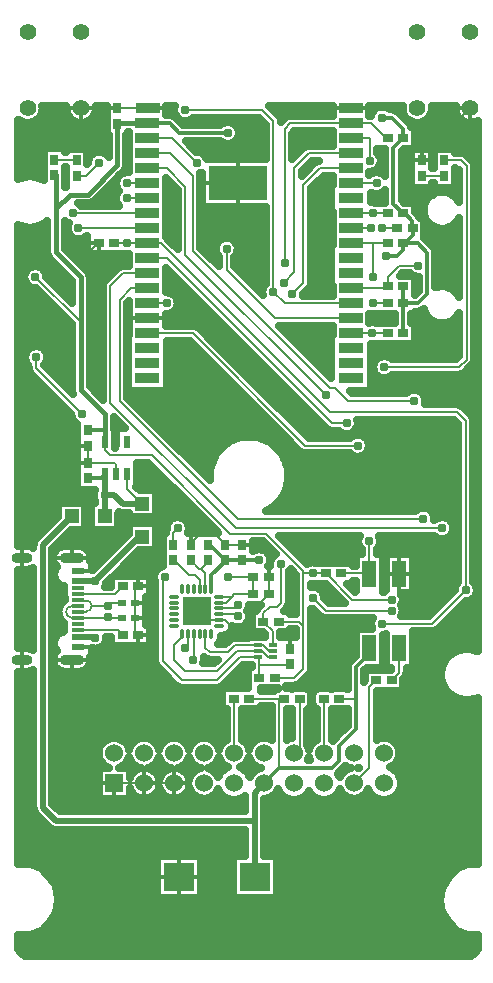
<source format=gbr>
G04 DipTrace 3.3.1.3*
G04 Top.gbr*
%MOIN*%
G04 #@! TF.FileFunction,Copper,L1,Top*
G04 #@! TF.Part,Single*
%AMOUTLINE0*
4,1,4,
-0.017717,-0.01378,
-0.017717,0.01378,
0.017717,0.01378,
0.017717,-0.01378,
-0.017717,-0.01378,
0*%
G04 #@! TA.AperFunction,Conductor*
%ADD14C,0.007874*%
%ADD15C,0.015748*%
%ADD16C,0.011811*%
%ADD17C,0.019685*%
G04 #@! TA.AperFunction,CopperBalancing*
%ADD18C,0.025*%
%ADD19C,0.012992*%
%ADD20R,0.027559X0.035433*%
%ADD21R,0.035433X0.027559*%
%ADD22R,0.102362X0.094488*%
%ADD24R,0.031496X0.023622*%
%ADD26R,0.047244X0.047244*%
G04 #@! TA.AperFunction,ComponentPad*
%ADD28R,0.06X0.06*%
%ADD29C,0.06*%
%ADD30R,0.044882X0.011811*%
%ADD31R,0.044882X0.023622*%
G04 #@! TA.AperFunction,ComponentPad*
%ADD32O,0.070866X0.035433*%
%ADD33O,0.082677X0.035433*%
%ADD35R,0.026378X0.011811*%
G04 #@! TA.AperFunction,ComponentPad*
%ADD36C,0.055118*%
%ADD41R,0.07874X0.035433*%
%ADD42R,0.19685X0.11811*%
%ADD44O,0.033465X0.011811*%
%ADD45O,0.011811X0.033465*%
%ADD46R,0.096457X0.096457*%
%ADD54R,0.023622X0.043307*%
%ADD55R,0.047244X0.086614*%
G04 #@! TA.AperFunction,ViaPad*
%ADD61C,0.031*%
%ADD125OUTLINE0*%
%FSLAX26Y26*%
G04*
G70*
G90*
G75*
G01*
G04 Top*
%LPD*%
X1284894Y1357420D2*
D14*
X1351172D1*
X1381202Y1387450D1*
Y1531201D1*
X1367483Y1544920D1*
X1298573D1*
X718701Y2143751D2*
D15*
Y2185762D1*
Y2237453D1*
X638873Y2317281D1*
Y2542280D1*
Y2694016D1*
X556202Y2776686D1*
Y2922297D1*
Y3033543D1*
X549971D1*
X662451Y2182383D2*
D16*
X715322D1*
X718701Y2185762D1*
X860934Y3206201D2*
D15*
X761222D1*
Y3205014D1*
X1713633Y2906201D2*
D16*
X1718702D1*
X1743702Y2881201D1*
Y2856201D1*
X1744883D1*
Y2832382D1*
X1718702Y2806201D1*
X1713633D1*
X1656201Y2762451D2*
X1693702D1*
X1713633Y2782382D1*
Y2806201D1*
Y2506201D2*
Y2605614D1*
X1761864D1*
X1793701Y2637451D1*
Y2774951D1*
X1762451Y2806201D1*
X1713633D1*
X1643701Y3224951D2*
X1674951D1*
X1713633Y3186270D1*
Y3156201D1*
X860934Y3206201D2*
X935640D1*
X967668Y3174173D1*
X1129231D1*
X1713633Y2906201D2*
X1681201Y2938633D1*
Y3123769D1*
X1713633Y3156201D1*
Y2662451D2*
Y2605614D1*
X718701Y2143751D2*
D14*
Y2118702D1*
X737451Y2099951D1*
X874950D1*
X1137451Y1837450D1*
X1256202D1*
X1381202Y1712450D1*
Y1705509D1*
Y1531201D1*
Y1705509D2*
X1412451D1*
X1455510D1*
X1456202Y1706201D1*
X1412451D2*
Y1705509D1*
X1674951Y1618701D2*
X1543702D1*
X1456202Y1706201D1*
X487451Y2693701D2*
X638873Y2542280D1*
X761222Y3205014D2*
D15*
Y3067471D1*
X662451Y2968701D1*
X602606D1*
X556202Y2922297D1*
X1368701Y1287450D2*
D14*
Y1124950D1*
X1349951Y1106201D1*
X1449951D2*
Y1287450D1*
X1149951D2*
Y1106201D1*
X1249951Y1006201D2*
D16*
X1299951Y1056201D1*
X1474951D1*
X1499951Y1081201D1*
Y1131201D1*
X1556201Y1187450D1*
Y1287450D1*
Y1393699D1*
X1599951Y1437450D1*
Y1456201D1*
X1218702Y693701D2*
D17*
Y881488D1*
Y974951D1*
X1249951Y1006201D1*
X608440Y1896217D2*
Y1895938D1*
X512451Y1799950D1*
Y924950D1*
X555913Y881488D1*
X1218702D1*
X1299951Y1056201D2*
D14*
Y1287450D1*
X1317520D1*
X1501133D2*
X1556201D1*
X1201133D2*
X1317520D1*
X1034735Y1653953D2*
Y1683916D1*
X1018701Y1699950D1*
X999953D1*
X949951Y1749951D1*
X947797D1*
X1643701Y2856201D2*
X1693702D1*
X1612451Y2605614D2*
X1662451D1*
X1549951Y1006201D2*
X1599951Y1056201D1*
Y1326133D1*
X1623770Y1349951D1*
X1229430Y1465539D2*
X1244948D1*
X1264633Y1445854D1*
X1278643D1*
X1054420Y1504346D2*
Y1457983D1*
X1068702Y1443701D1*
X1131201D1*
X1153039Y1465539D1*
X1229430D1*
X1233713Y1357420D2*
Y1400581D1*
Y1421887D1*
X1229430Y1426169D1*
X1233713Y1400581D2*
X1334303D1*
X1337451Y1403730D1*
X918702Y1693701D2*
X912450Y1687449D1*
Y1412453D1*
X974951Y1349951D1*
X1093701D1*
X1169919Y1426169D1*
X1229430D1*
X860934Y3156201D2*
X943702D1*
X1024951Y3074951D1*
X1099696Y1549622D2*
X1054420D1*
X1024892Y1579150D1*
X1337451Y1454911D2*
Y1512451D1*
X1161328Y3008091D2*
X1135562D1*
X1099951Y3043701D1*
Y2968701D1*
X1224951D1*
Y3043701D2*
Y2968701D1*
X1162451Y3006201D2*
X1137451D1*
X1099951Y3043701D1*
X1099696Y1549622D2*
X1119031D1*
X1143702Y1524951D1*
X1174951D1*
X1193701Y1543701D1*
Y1565458D1*
X1265282Y1637039D1*
X608761Y1417224D2*
X665458D1*
X681206Y1432972D1*
Y1445567D1*
X815454D1*
X831202Y1461315D1*
Y1499950D1*
X749951Y1006201D2*
X849951D1*
X639597Y3256201D2*
X709873D1*
X709878Y3256196D1*
X761222D1*
X662451Y2131202D2*
Y2074950D1*
X608761Y1757382D2*
X665458D1*
Y1713287D1*
X631202D1*
X681206Y1445567D2*
X665454Y1461319D1*
X631202D1*
X1833508Y2480778D2*
X1815181Y2462451D1*
X1649951D1*
X1265280Y1693701D2*
Y1637039D1*
X1265282D1*
X1177108Y1801133D2*
X1249533D1*
X1265280Y1785386D1*
Y1693701D1*
X1119780Y1801131D2*
X1177108D1*
Y1801133D1*
X1005122D2*
X1001134D1*
X1030663Y1830661D1*
X1094240D1*
X1119780Y1805122D1*
Y1801131D1*
X831202Y1662450D2*
Y1711776D1*
X879297Y1759870D1*
Y1868458D1*
X895043Y1884205D1*
X990697D1*
X1005122Y1869780D1*
Y1801133D1*
X818260Y1606201D2*
Y1659009D1*
X831202Y1662450D1*
X818259Y1556201D2*
Y1606201D1*
X818260D1*
X831202Y1499950D2*
X818259Y1503394D1*
Y1556201D1*
X849951Y1006201D2*
X949951D1*
X861328Y3256201D2*
X931803D1*
X986520Y3201484D1*
X1145580D1*
X1161328Y3185736D1*
Y3008092D1*
X1162451Y3006201D1*
X761222Y3256196D2*
X809751D1*
X809756Y3256201D1*
X861328D1*
X1699951D2*
X1538966Y3256240D1*
X662451Y2074950D2*
X749953D1*
X756102Y2068801D1*
Y2037451D1*
X860938Y2556541D2*
X799951D1*
Y2556201D1*
X1143702Y1524951D2*
X1124951Y1506201D1*
Y1487450D1*
X444194Y1417224D2*
Y818209D1*
X568702Y693701D1*
X966720D1*
X1699951Y3256201D2*
Y3249950D1*
X1743441Y3206461D1*
X1774932Y3174970D1*
Y3082382D1*
X662451Y2074950D2*
X604631D1*
X518701D1*
X444194Y2000444D1*
Y1757382D1*
X1743441Y3206461D2*
X1887711D1*
X1937451Y3256201D1*
X665458Y1757382D2*
Y1928194D1*
X604631Y1989021D1*
Y2074950D1*
X1699951Y1787451D2*
Y1704232D1*
X799951Y2556201D2*
Y2318701D1*
X949951Y2168701D1*
X1274951D1*
X1368702Y2074950D1*
X1862453D1*
X1893702Y2043701D1*
Y1824951D1*
X1856202Y1787451D1*
X1699951D1*
X662451Y2131202D2*
X581222D1*
X452362Y2260062D1*
Y2458184D1*
X557671Y2563492D1*
X674951Y2762451D2*
Y2787450D1*
X693702Y2806201D1*
X698770D1*
X1278643Y1465539D2*
Y1513669D1*
X1247392Y1544920D1*
Y1572391D1*
X1268702Y1593701D1*
X1293701D1*
X1306201Y1606201D1*
Y1737451D1*
X987451Y3249950D2*
X1243702D1*
X1281202Y3212450D1*
Y2643701D1*
X1538969Y2606581D2*
X1318322D1*
X1281202Y2643701D1*
X860934Y2606201D2*
X924951D1*
X1649951Y2393701D2*
X1899951D1*
X1924951Y2418701D1*
Y3062450D1*
X1905020Y3082382D1*
X1849951D1*
X1562451Y2131201D2*
X1387451D1*
X1012112Y2506541D1*
X860938D1*
X1781201Y1887450D2*
X1162453D1*
X768701Y2281202D1*
Y2618699D1*
X806202Y2656201D1*
X860934D1*
X1662451Y2506201D2*
X1610730D1*
X1539349D1*
X1538969Y2506581D1*
X1610730Y2506331D2*
Y2506201D1*
X1606202Y2856201D2*
X1538966D1*
Y2856240D1*
X1662451Y2906201D2*
X1612451D1*
X1538966Y2906240D2*
X1612412D1*
X1612451Y2906201D1*
X624951Y3031201D2*
X656201D1*
X699951Y3074951D1*
X1124951Y2787451D2*
Y2718701D1*
X1287071Y2556581D1*
X1538969D1*
X1538966Y3006240D2*
X1624951Y3006201D1*
X1507383Y1706201D2*
X1597983D1*
X1599951Y1704232D1*
Y1812451D2*
Y1704232D1*
X1601711Y3081220D2*
Y3156240D1*
X1538966D1*
Y3206240D2*
X1606163D1*
X1662451Y3149951D1*
Y3156201D1*
X1538966Y3206240D2*
X1337491D1*
X1318702Y3187451D1*
Y2739297D1*
X1643701Y1537451D2*
X1809908D1*
X1922407Y1649950D1*
X749951Y2806201D2*
X793701D1*
X860934D1*
X793701D2*
D3*
X860934D2*
X906202D1*
X1468702Y2243701D1*
X1893702D1*
X1922407Y2214996D1*
Y1649950D1*
X1524951Y2206201D2*
X1474951D1*
X924951Y2756201D1*
X860934D1*
X1843702Y1856201D2*
X1156202D1*
X737451Y2274951D1*
Y2662450D1*
X781202Y2706201D1*
X860934D1*
X612451Y2906201D2*
X860934D1*
X631202Y2856201D2*
X860934D1*
X793701Y3006201D2*
X860934D1*
X793701Y2956201D2*
X860934D1*
X1749951Y2281201D2*
X1531201D1*
X1487451Y2324950D1*
X1468702D1*
X1012451Y2781201D1*
Y3031201D1*
X937451Y3106201D1*
X860934D1*
X1456202Y2299951D2*
X987451Y2768702D1*
Y2993701D1*
X924951Y3056201D1*
X860934D1*
X1538969Y2656581D2*
X1656581D1*
X1662451Y2662451D1*
Y2693701D1*
X1699951Y2731201D1*
X1762451D1*
X1538969Y2806581D2*
X1612071D1*
Y2806201D1*
X1662451D1*
X1612451Y2693701D2*
X1612071Y2806201D1*
X631202Y1636516D2*
X754087D1*
X780021Y1662450D1*
X631202Y1518406D2*
X761566D1*
X780021Y1499950D1*
X549971Y3084724D2*
X622609D1*
X624951Y3082382D1*
X1774932Y3031201D2*
X1849951D1*
X1699951Y1456201D2*
Y1374951D1*
X1674951Y1349951D1*
X1054420Y1653953D2*
Y1707982D1*
X1040591Y1721811D1*
X1033262D1*
X1005122Y1749951D1*
X1062453D2*
Y1743673D1*
X1040591Y1721811D1*
X1229430Y1445854D2*
X1243441D1*
X1263126Y1426169D1*
X1278643D1*
X975680Y1504346D2*
Y1494428D1*
X949953Y1468701D1*
Y1418699D1*
X987451Y1381201D1*
X1093701D1*
X1158354Y1445854D1*
X1229430D1*
X631202Y1681791D2*
D17*
X686861D1*
X687451Y1681201D1*
X631202Y1492815D2*
X686223D1*
X687451Y1491587D1*
X1177108Y1749951D2*
D16*
X1119780D1*
Y1749950D1*
X1074105Y1653953D2*
Y1699102D1*
X1119780Y1744777D1*
Y1749950D1*
X1062453Y1801133D2*
X1068597D1*
X1119780Y1749950D1*
X843860Y1827215D2*
D17*
X833466D1*
X687451Y1681201D1*
X1177108Y1749951D2*
D16*
X1233012D1*
Y1749953D1*
X631202Y1597146D2*
D14*
X608512D1*
G03X609118Y1557776I703J-19679D01*
G01*
X631202D1*
X729465D1*
X731157Y1559469D1*
X774951Y1556201D2*
X734425D1*
X731157Y1559469D1*
X1099696Y1569307D2*
X1155596D1*
X1162451Y1562451D1*
X631202Y1616831D2*
X654491Y1615194D1*
G02X675176Y1598226I2433J-18126D01*
G01*
G02X654780Y1578903I-18251J-1161D01*
G01*
Y1577461D1*
X631202D1*
X675176Y1598226D2*
X729899D1*
X731157Y1596967D1*
X774953Y1606201D2*
X740391D1*
X731157Y1596967D1*
X1099696Y1588992D2*
X1151493D1*
X1162451Y1599950D1*
X995365Y1504346D2*
Y1464114D1*
X987451Y1456201D1*
X1314654Y2674043D2*
X1349951Y2709341D1*
Y3056201D1*
X1399991Y3106240D1*
X1538966D1*
X1015050Y1504346D2*
Y1421298D1*
X1012453Y1418701D1*
X1343701Y2637451D2*
X1381201Y2674951D1*
Y2999950D1*
X1437491Y3056240D1*
X1538966D1*
X718701Y2037451D2*
D17*
X718676Y1967860D1*
Y1896217D1*
X793504Y2037451D2*
D14*
Y1987807D1*
X843860Y1937451D1*
X662451Y2023769D2*
D16*
X705018D1*
X718701Y2037451D1*
X843860Y1937451D2*
D17*
X781201D1*
X750793Y1967860D1*
X718676D1*
X718411Y1968442D2*
X718676Y1967860D1*
X1674951Y1581201D2*
D14*
X1456201D1*
X1412451Y1624950D1*
X489925Y2426488D2*
Y2391227D1*
X643701Y2237451D1*
X1214098Y1693701D2*
Y1637039D1*
X1214101D1*
X1099696Y1608677D2*
X1121657D1*
X1141343Y1628362D1*
X1150020Y1637039D1*
X1214101D1*
X1099696Y1628362D2*
X1141343D1*
X1129047Y1695167D2*
X1214098D1*
Y1693701D1*
X947797Y1801133D2*
Y1841546D1*
X962451Y1856201D1*
D61*
X731157Y1559469D3*
Y1596967D3*
X687451Y1681201D3*
Y1491587D3*
X1162451Y1599950D3*
Y1562451D3*
X962451Y1856201D3*
X1129047Y1695167D3*
X987451Y1456201D3*
X1012453Y1418701D3*
X1314654Y2674043D3*
X1343701Y2637451D3*
X1337451Y1512451D3*
X1318702Y2739297D3*
X718411Y1968442D3*
X1643701Y2856201D3*
X1612451Y2605614D3*
X1162451Y3006201D3*
X1099951Y3043701D3*
Y2968701D3*
X1224951Y3043701D3*
Y2968701D3*
X1612451Y2693701D3*
X1624951Y3006201D3*
X1612451Y2906201D3*
X1656201Y2762451D3*
X1610730Y2506331D3*
X1843702Y1856201D3*
X699951Y3074951D3*
X1124951Y2787451D3*
X987451Y3249950D3*
X1762451Y2731201D3*
X1781201Y1887450D3*
X1281202Y2643701D3*
X799951Y2556201D3*
X1699951Y1787451D3*
X1749951Y2281201D3*
X1562451Y2131201D3*
X1524951Y2206201D3*
X1456202Y2299951D3*
X631202Y2856201D3*
X1124951Y1487450D3*
X612451Y2906201D3*
X793701Y2956201D3*
Y3006201D3*
X924951Y2606201D3*
X1649951Y2393701D3*
X793701Y2806201D3*
X557671Y2563492D3*
X1599951Y1812451D3*
X1412451Y1624950D3*
Y1706201D3*
X1674951Y1618701D3*
Y1581201D3*
X1922407Y1649950D3*
X1643701Y1537451D3*
X487451Y2693701D3*
X643701Y2237451D3*
X489925Y2426488D3*
X674951Y2762451D3*
X1643701Y3224951D3*
X1129231Y3174173D3*
X1024951Y3074951D3*
X918702Y1693701D3*
X1699951Y3256201D3*
X1649951Y2462451D3*
X1833508Y2480778D3*
X1306201Y1737451D3*
X1606202Y2856201D3*
X1601711Y3081220D3*
X1233012Y1749953D3*
X510112Y3237399D2*
D18*
X591916D1*
X687272D2*
X723575D1*
X924574D2*
X950291D1*
X1294540D2*
X1475707D1*
X1703584D2*
X1712633D1*
X1807971D2*
X1889775D1*
X487002Y3212530D2*
X615025D1*
X664163D2*
X723575D1*
X970398D2*
X1242819D1*
X1784862D2*
X1912884D1*
X433750Y3187661D2*
X723575D1*
X1166039D2*
X1253405D1*
X1755221D2*
X1959964D1*
X433750Y3162793D2*
X729460D1*
X1166792D2*
X1253405D1*
X1346500D2*
X1475707D1*
X1755221D2*
X1959964D1*
X433750Y3137924D2*
X729460D1*
X1000290D2*
X1119987D1*
X1138472D2*
X1253405D1*
X1346500D2*
X1475707D1*
X1755221D2*
X1959964D1*
X433750Y3113055D2*
X512324D1*
X662620D2*
X729460D1*
X1025158D2*
X1253405D1*
X1346500D2*
X1368521D1*
X1629519D2*
X1651432D1*
X1711550D2*
X1737267D1*
X1887598D2*
X1959964D1*
X433750Y3088186D2*
X512324D1*
X1640428D2*
X1651432D1*
X1710976D2*
X1737267D1*
X1937513D2*
X1959964D1*
X433750Y3063318D2*
X512324D1*
X1395375D2*
X1406271D1*
X1636445D2*
X1651432D1*
X1710976D2*
X1737267D1*
X433750Y3038449D2*
X512324D1*
X1710976D2*
X1737267D1*
X1887598D2*
X1897147D1*
X1433125Y3013580D2*
X1475707D1*
X1710976D2*
X1737267D1*
X1887598D2*
X1897147D1*
X726314Y2988711D2*
X758741D1*
X924179D2*
X954131D1*
X1409011D2*
X1470612D1*
X1710976D2*
X1897131D1*
X701446Y2963843D2*
X755117D1*
X924179D2*
X959657D1*
X1409011D2*
X1470612D1*
X1607343D2*
X1651432D1*
X1710976D2*
X1802146D1*
X1885445D2*
X1897170D1*
X631867Y2938974D2*
X758598D1*
X924179D2*
X959657D1*
X1409011D2*
X1470612D1*
X1755221D2*
X1783881D1*
X924179Y2914105D2*
X959657D1*
X1040265D2*
X1253405D1*
X1409011D2*
X1470612D1*
X1755221D2*
X1779467D1*
X924179Y2889236D2*
X959657D1*
X1040265D2*
X1253405D1*
X1409011D2*
X1475707D1*
X503222Y2864367D2*
X524453D1*
X924179D2*
X959657D1*
X1040265D2*
X1253405D1*
X1409011D2*
X1475707D1*
X1786476D2*
X1807205D1*
X1880385D2*
X1897131D1*
X433750Y2839499D2*
X524453D1*
X587945D2*
X595827D1*
X924179D2*
X959657D1*
X1040265D2*
X1253405D1*
X1409011D2*
X1475707D1*
X1786476D2*
X1897131D1*
X433750Y2814630D2*
X524453D1*
X587945D2*
X657189D1*
X936057D2*
X959657D1*
X1040265D2*
X1097524D1*
X1152367D2*
X1253405D1*
X1409011D2*
X1475707D1*
X1795089D2*
X1897131D1*
X433750Y2789761D2*
X524453D1*
X587945D2*
X657189D1*
X1042202D2*
X1085646D1*
X1164245D2*
X1253405D1*
X1409011D2*
X1470612D1*
X1819095D2*
X1897131D1*
X433750Y2764892D2*
X526929D1*
X611843D2*
X797676D1*
X1067070D2*
X1093289D1*
X1156637D2*
X1253405D1*
X1409011D2*
X1470612D1*
X1823473D2*
X1897131D1*
X433750Y2740024D2*
X548998D1*
X636711D2*
X797676D1*
X1152762D2*
X1253405D1*
X1409011D2*
X1470612D1*
X1823473D2*
X1897131D1*
X433750Y2715155D2*
X454946D1*
X519944D2*
X573866D1*
X661579D2*
X751851D1*
X1166792D2*
X1253405D1*
X1409011D2*
X1470612D1*
X1823473D2*
X1897131D1*
X433750Y2690286D2*
X448235D1*
X529166D2*
X598734D1*
X670622D2*
X726984D1*
X924179D2*
X952588D1*
X1191660D2*
X1253405D1*
X1409011D2*
X1470612D1*
X1755221D2*
X1763929D1*
X1823473D2*
X1897131D1*
X433750Y2665417D2*
X461297D1*
X554034D2*
X607131D1*
X670622D2*
X709831D1*
X924179D2*
X977455D1*
X1216528D2*
X1248919D1*
X1407145D2*
X1470612D1*
X1755221D2*
X1763929D1*
X1823473D2*
X1897131D1*
X433750Y2640549D2*
X502313D1*
X578902D2*
X607131D1*
X670622D2*
X709652D1*
X940866D2*
X1002323D1*
X1385076D2*
X1475707D1*
X433750Y2615680D2*
X527181D1*
X670622D2*
X709652D1*
X963078D2*
X1027191D1*
X433750Y2590811D2*
X552048D1*
X670622D2*
X709652D1*
X960961D2*
X1052059D1*
X433750Y2565942D2*
X576916D1*
X670622D2*
X709652D1*
X924179D2*
X1076926D1*
X1602211D2*
X1683836D1*
X1743415D2*
X1790699D1*
X433750Y2541073D2*
X601784D1*
X670622D2*
X709652D1*
X924179D2*
X1101794D1*
X1755221D2*
X1828198D1*
X1859393D2*
X1897131D1*
X433750Y2516205D2*
X607131D1*
X670622D2*
X709652D1*
X1040731D2*
X1126662D1*
X1315748D2*
X1475707D1*
X1755221D2*
X1897131D1*
X433750Y2491336D2*
X607131D1*
X670622D2*
X709652D1*
X1065599D2*
X1151530D1*
X1340615D2*
X1470612D1*
X1755221D2*
X1897131D1*
X433750Y2466467D2*
X607131D1*
X670622D2*
X709652D1*
X929311D2*
X1013878D1*
X1090467D2*
X1176397D1*
X1365483D2*
X1470612D1*
X1607343D2*
X1897131D1*
X433750Y2441598D2*
X453797D1*
X526044D2*
X607131D1*
X670622D2*
X709652D1*
X929311D2*
X1038746D1*
X1115334D2*
X1201265D1*
X1390351D2*
X1470612D1*
X1607343D2*
X1897131D1*
X433750Y2416730D2*
X451860D1*
X527982D2*
X607131D1*
X670622D2*
X709652D1*
X929311D2*
X1063613D1*
X1140202D2*
X1226133D1*
X1415219D2*
X1470612D1*
X1607343D2*
X1618670D1*
X433750Y2391861D2*
X462123D1*
X527587D2*
X607131D1*
X670622D2*
X709652D1*
X929311D2*
X1088481D1*
X1165070D2*
X1251000D1*
X1440086D2*
X1470612D1*
X1936401D2*
X1959964D1*
X433750Y2366992D2*
X475866D1*
X552455D2*
X607131D1*
X670622D2*
X709652D1*
X929311D2*
X1113349D1*
X1189938D2*
X1275868D1*
X1607343D2*
X1622043D1*
X1677891D2*
X1959964D1*
X433750Y2342123D2*
X500734D1*
X577323D2*
X607131D1*
X670622D2*
X709652D1*
X929311D2*
X1138216D1*
X1214841D2*
X1300736D1*
X1607343D2*
X1959964D1*
X433750Y2317255D2*
X525602D1*
X682751D2*
X709652D1*
X929311D2*
X1163120D1*
X1239709D2*
X1325604D1*
X1607343D2*
X1739707D1*
X1760173D2*
X1959964D1*
X433750Y2292386D2*
X550469D1*
X796503D2*
X1187988D1*
X1264577D2*
X1350471D1*
X1787589D2*
X1959964D1*
X433750Y2267517D2*
X575337D1*
X820689D2*
X1212856D1*
X1289445D2*
X1375339D1*
X1904787D2*
X1959964D1*
X433750Y2242648D2*
X600205D1*
X845557D2*
X1237723D1*
X1314312D2*
X1400207D1*
X1933063D2*
X1959964D1*
X433750Y2217780D2*
X610001D1*
X870425D2*
X1262591D1*
X1339180D2*
X1425075D1*
X1562451D2*
X1881342D1*
X1950072D2*
X1959971D1*
X433750Y2192911D2*
X624786D1*
X750464D2*
X781205D1*
X895293D2*
X1287459D1*
X1364048D2*
X1449942D1*
X1561841D2*
X1894583D1*
X1950216D2*
X1959994D1*
X433750Y2168042D2*
X624786D1*
X920160D2*
X1312327D1*
X1388915D2*
X1558384D1*
X1566505D2*
X1894583D1*
X1950216D2*
X1959994D1*
X433750Y2143173D2*
X624786D1*
X945028D2*
X1129963D1*
X1269959D2*
X1337194D1*
X1599843D2*
X1894583D1*
X1950216D2*
X1959994D1*
X433750Y2118304D2*
X624786D1*
X969896D2*
X1099964D1*
X1299959D2*
X1362062D1*
X1599484D2*
X1894583D1*
X1950216D2*
X1959994D1*
X433750Y2093436D2*
X624786D1*
X994764D2*
X1082488D1*
X1317434D2*
X1894583D1*
X1950216D2*
X1959994D1*
X433750Y2068567D2*
X624786D1*
X829194D2*
X868044D1*
X1019631D2*
X1072154D1*
X1327733D2*
X1894583D1*
X1950216D2*
X1959994D1*
X433750Y2043698D2*
X624786D1*
X829194D2*
X892912D1*
X1044499D2*
X1067309D1*
X1332577D2*
X1894583D1*
X1950216D2*
X1959994D1*
X433750Y2018829D2*
X624786D1*
X829194D2*
X917780D1*
X1332613D2*
X1894583D1*
X1950216D2*
X1959994D1*
X433750Y1993961D2*
X624786D1*
X825641D2*
X942648D1*
X1327769D2*
X1894583D1*
X1950216D2*
X1959994D1*
X433750Y1969092D2*
X679042D1*
X891345D2*
X967515D1*
X1317506D2*
X1894583D1*
X1950216D2*
X1959994D1*
X433750Y1944223D2*
X684963D1*
X891345D2*
X992383D1*
X1300066D2*
X1894583D1*
X1950216D2*
X1959994D1*
X433750Y1919354D2*
X560948D1*
X655945D2*
X671184D1*
X891345D2*
X1017251D1*
X1270139D2*
X1760197D1*
X1802194D2*
X1894583D1*
X1950216D2*
X1959994D1*
X433750Y1894486D2*
X560338D1*
X655945D2*
X671184D1*
X766181D2*
X796348D1*
X891345D2*
X1042119D1*
X1819885D2*
X1894583D1*
X1950216D2*
X1959994D1*
X433750Y1869617D2*
X535470D1*
X655945D2*
X671184D1*
X766181D2*
X796348D1*
X891345D2*
X925603D1*
X999285D2*
X1066986D1*
X1880565D2*
X1894583D1*
X1950216D2*
X1959994D1*
X433750Y1844748D2*
X510602D1*
X603913D2*
X796348D1*
X891345D2*
X920184D1*
X1000003D2*
X1091854D1*
X1881247D2*
X1894583D1*
X1950216D2*
X1959994D1*
X433750Y1819879D2*
X485914D1*
X579045D2*
X779482D1*
X891345D2*
X910137D1*
X1312052D2*
X1561327D1*
X1638562D2*
X1834836D1*
X1852581D2*
X1894583D1*
X1950216D2*
X1959994D1*
X554142Y1795010D2*
X572036D1*
X645467D2*
X754615D1*
X891345D2*
X910137D1*
X1214770D2*
X1260330D1*
X1336919D2*
X1564951D1*
X1634937D2*
X1894583D1*
X1950216D2*
X1959994D1*
X671842Y1770142D2*
X729747D1*
X823022D2*
X910137D1*
X1266371D2*
X1285198D1*
X1361823D2*
X1572128D1*
X1627761D2*
X1894583D1*
X1950216D2*
X1959994D1*
X677512Y1745273D2*
X704879D1*
X798154D2*
X910137D1*
X1386691D2*
X1552464D1*
X1747434D2*
X1894583D1*
X1950216D2*
X1959994D1*
X773286Y1720404D2*
X890759D1*
X1747434D2*
X1894583D1*
X1950216D2*
X1959994D1*
X433750Y1695535D2*
X478737D1*
X1334013D2*
X1353378D1*
X1747434D2*
X1894583D1*
X1950216D2*
X1959994D1*
X433750Y1670667D2*
X478737D1*
X546175D2*
X561701D1*
X725273D2*
X738431D1*
X872793D2*
X884623D1*
X1334013D2*
X1353378D1*
X1424800D2*
X1453423D1*
X1530048D2*
X1552464D1*
X1747434D2*
X1889416D1*
X433750Y1645798D2*
X478737D1*
X546175D2*
X579787D1*
X872793D2*
X884623D1*
X1334013D2*
X1353378D1*
X1445361D2*
X1478327D1*
X1747434D2*
X1879943D1*
X433750Y1620929D2*
X478737D1*
X546175D2*
X584882D1*
X857865D2*
X884623D1*
X1334013D2*
X1353378D1*
X1454763D2*
X1503195D1*
X1714242D2*
X1855075D1*
X1947668D2*
X1959964D1*
X433750Y1596060D2*
X478737D1*
X546175D2*
X565792D1*
X857865D2*
X884623D1*
X1201636D2*
X1232771D1*
X1331896D2*
X1353378D1*
X1711191D2*
X1830207D1*
X1906796D2*
X1959964D1*
X433750Y1571192D2*
X478737D1*
X546175D2*
X562168D1*
X857865D2*
X884623D1*
X1340149D2*
X1353378D1*
X1409011D2*
X1427910D1*
X1712950D2*
X1805339D1*
X1881928D2*
X1959964D1*
X433750Y1546323D2*
X478737D1*
X546175D2*
X574261D1*
X857865D2*
X884623D1*
X1198119D2*
X1205812D1*
X1409011D2*
X1605393D1*
X1857061D2*
X1959964D1*
X433750Y1521454D2*
X478737D1*
X546175D2*
X579787D1*
X872793D2*
X884623D1*
X1144293D2*
X1205786D1*
X1409011D2*
X1607976D1*
X1832193D2*
X1959964D1*
X433750Y1496585D2*
X478737D1*
X546175D2*
X554784D1*
X872793D2*
X884623D1*
X1109019D2*
X1250821D1*
X1306454D2*
X1353378D1*
X1409011D2*
X1552464D1*
X1747434D2*
X1959964D1*
X433750Y1471717D2*
X478737D1*
X721003D2*
X738431D1*
X872793D2*
X884623D1*
X1100550D2*
X1120920D1*
X1409011D2*
X1552464D1*
X1747434D2*
X1959964D1*
X546175Y1446848D2*
X557120D1*
X677512D2*
X884623D1*
X1409011D2*
X1552464D1*
X1747434D2*
X1887622D1*
X673672Y1421979D2*
X884623D1*
X1409011D2*
X1543385D1*
X1747434D2*
X1855505D1*
X668397Y1397110D2*
X889826D1*
X1179172D2*
X1205894D1*
X1409011D2*
X1526627D1*
X1747434D2*
X1841726D1*
X433750Y1372241D2*
X478737D1*
X546175D2*
X914371D1*
X1154269D2*
X1192115D1*
X1403951D2*
X1526412D1*
X1727626D2*
X1836953D1*
X433750Y1347373D2*
X478737D1*
X546175D2*
X939239D1*
X1129401D2*
X1192115D1*
X1379406D2*
X1526412D1*
X1716538D2*
X1839573D1*
X433750Y1322504D2*
X478737D1*
X546175D2*
X1108361D1*
X1390997D2*
X1427658D1*
X1716538D2*
X1850446D1*
X433750Y1297635D2*
X478737D1*
X546175D2*
X1108361D1*
X1627761D2*
X1874811D1*
X433750Y1272766D2*
X478737D1*
X546175D2*
X1108361D1*
X1627761D2*
X1959964D1*
X433750Y1247898D2*
X478737D1*
X546175D2*
X1122140D1*
X1177773D2*
X1272136D1*
X1327769D2*
X1340890D1*
X1396523D2*
X1422132D1*
X1477765D2*
X1526412D1*
X1627761D2*
X1959964D1*
X433750Y1223029D2*
X478737D1*
X546175D2*
X1122140D1*
X1177773D2*
X1272136D1*
X1327769D2*
X1340890D1*
X1396523D2*
X1422132D1*
X1477765D2*
X1526412D1*
X1627761D2*
X1959964D1*
X433750Y1198160D2*
X478737D1*
X546175D2*
X1122140D1*
X1177773D2*
X1272136D1*
X1327769D2*
X1340890D1*
X1396523D2*
X1422132D1*
X1477765D2*
X1525837D1*
X1627761D2*
X1959964D1*
X433750Y1173291D2*
X478737D1*
X546175D2*
X1122140D1*
X1177773D2*
X1272136D1*
X1327769D2*
X1340890D1*
X1396523D2*
X1422132D1*
X1477765D2*
X1500970D1*
X1627761D2*
X1959964D1*
X433750Y1148423D2*
X478737D1*
X546175D2*
X718192D1*
X781719D2*
X818201D1*
X881728D2*
X918175D1*
X981702D2*
X1018184D1*
X1081711D2*
X1118193D1*
X1181720D2*
X1218166D1*
X1396523D2*
X1418185D1*
X1681730D2*
X1959964D1*
X433750Y1123554D2*
X478737D1*
X546175D2*
X699102D1*
X1700821D2*
X1959964D1*
X433750Y1098685D2*
X478737D1*
X546175D2*
X696626D1*
X1703261D2*
X1959964D1*
X433750Y1073816D2*
X478737D1*
X546175D2*
X707570D1*
X792341D2*
X807580D1*
X892350D2*
X907553D1*
X992323D2*
X1007562D1*
X1092333D2*
X1107571D1*
X1192342D2*
X1207581D1*
X1692316D2*
X1959964D1*
X433750Y1048948D2*
X478737D1*
X546175D2*
X696087D1*
X803824D2*
X818955D1*
X880939D2*
X918964D1*
X980948D2*
X1018973D1*
X1080957D2*
X1110514D1*
X1189399D2*
X1218956D1*
X1508769D2*
X1518968D1*
X1689374D2*
X1959964D1*
X433750Y1024079D2*
X478737D1*
X546175D2*
X696087D1*
X1706024D2*
X1959964D1*
X433750Y999210D2*
X478737D1*
X546175D2*
X696087D1*
X1708500D2*
X1959964D1*
X433750Y974341D2*
X478737D1*
X546175D2*
X696087D1*
X892745D2*
X907158D1*
X992754D2*
X1007132D1*
X1092763D2*
X1100789D1*
X1292746D2*
X1300821D1*
X1499116D2*
X1507142D1*
X1592738D2*
X1600801D1*
X1699098D2*
X1959964D1*
X433750Y949472D2*
X478737D1*
X546175D2*
X1184974D1*
X1252412D2*
X1959964D1*
X433750Y924604D2*
X478737D1*
X559453D2*
X1184974D1*
X1252412D2*
X1959964D1*
X433750Y899735D2*
X491009D1*
X1252412D2*
X1959964D1*
X433750Y874866D2*
X515877D1*
X1252412D2*
X1959964D1*
X433750Y849997D2*
X1184974D1*
X1252412D2*
X1959964D1*
X433750Y825129D2*
X1184974D1*
X1252412D2*
X1959964D1*
X433750Y800260D2*
X1184974D1*
X1252412D2*
X1959964D1*
X433750Y775391D2*
X1184974D1*
X1252412D2*
X1959964D1*
X433750Y750522D2*
X891656D1*
X1041772D2*
X1143635D1*
X1293751D2*
X1959964D1*
X502684Y725654D2*
X891656D1*
X1041772D2*
X1143635D1*
X1293751D2*
X1897275D1*
X531642Y700785D2*
X891656D1*
X1041772D2*
X1143635D1*
X1293751D2*
X1868316D1*
X551630Y675916D2*
X891656D1*
X1041772D2*
X1143635D1*
X1293751D2*
X1851092D1*
X560457Y651047D2*
X891656D1*
X1041772D2*
X1143635D1*
X1293751D2*
X1840219D1*
X564010Y626178D2*
X891656D1*
X1041772D2*
X1143635D1*
X1293751D2*
X1836092D1*
X562287Y601310D2*
X1837671D1*
X558053Y576441D2*
X1841905D1*
X543125Y551572D2*
X1856833D1*
X522097Y526703D2*
X1877861D1*
X478821Y501835D2*
X1921174D1*
X433750Y476966D2*
X1959964D1*
X434719Y452097D2*
X1958995D1*
X796375Y3176966D2*
Y3165924D1*
X790454D1*
X790380Y3065176D1*
X789662Y3060643D1*
X788244Y3056278D1*
X786160Y3052189D1*
X783462Y3048476D1*
X723442Y2988328D1*
X681447Y2946460D1*
X677734Y2943763D1*
X673644Y2941679D1*
X669279Y2940261D1*
X664746Y2939543D1*
X628397Y2939453D1*
X634125Y2936032D1*
X639224Y2931519D1*
X766287Y2931512D1*
X762261Y2936934D1*
X759634Y2942090D1*
X757846Y2947593D1*
X756940Y2953308D1*
Y2959094D1*
X757846Y2964809D1*
X759634Y2970312D1*
X762261Y2975467D1*
X765662Y2980149D1*
X766621Y2981187D1*
X763869Y2984527D1*
X760846Y2989460D1*
X758632Y2994806D1*
X757281Y3000432D1*
X756827Y3006201D1*
X757281Y3011969D1*
X758632Y3017595D1*
X760846Y3022941D1*
X763869Y3027875D1*
X767627Y3032275D1*
X772027Y3036032D1*
X776960Y3039056D1*
X782306Y3041270D1*
X787932Y3042621D1*
X793701Y3043075D1*
X800190Y3042477D1*
X800191Y3176978D1*
X796379Y3176953D1*
X731954Y3165924D2*
X726068D1*
Y3262269D1*
X688139Y3262268D1*
X688530Y3256201D1*
X687979Y3248879D1*
X686339Y3241723D1*
X683647Y3234892D1*
X679963Y3228541D1*
X675370Y3222813D1*
X669972Y3217836D1*
X663889Y3213723D1*
X657260Y3210567D1*
X650234Y3208438D1*
X642968Y3207384D1*
X635625Y3207429D1*
X628373Y3208572D1*
X621373Y3210788D1*
X614783Y3214026D1*
X608752Y3218213D1*
X603416Y3223256D1*
X598894Y3229040D1*
X595288Y3235436D1*
X592680Y3242300D1*
X591128Y3249476D1*
X590668Y3256804D1*
X591042Y3262264D1*
X511014Y3262268D1*
X511365Y3256201D1*
X510762Y3248546D1*
X508970Y3241080D1*
X506031Y3233986D1*
X502019Y3227439D1*
X497033Y3221600D1*
X491194Y3216613D1*
X484647Y3212601D1*
X477553Y3209663D1*
X470087Y3207870D1*
X462432Y3207268D1*
X454777Y3207870D1*
X447311Y3209663D1*
X440217Y3212601D1*
X433670Y3216613D1*
X431230Y3218536D1*
X431232Y3020600D1*
X442267Y3025061D1*
X448731Y3026884D1*
X455320Y3028195D1*
X461990Y3028984D1*
X468702Y3029248D1*
X475414Y3028984D1*
X482085Y3028195D1*
X488673Y3026884D1*
X495138Y3025061D1*
X501440Y3022736D1*
X507540Y3019924D1*
X514819Y3015694D1*
X514818Y3123815D1*
X585125D1*
Y3110071D1*
X589767Y3110035D1*
X589798Y3121472D1*
X660105D1*
Y3070911D1*
X663077Y3074951D1*
X663531Y3080720D1*
X664882Y3086346D1*
X667096Y3091692D1*
X670120Y3096625D1*
X673878Y3101025D1*
X678277Y3104783D1*
X683211Y3107806D1*
X688557Y3110021D1*
X694183Y3111371D1*
X699951Y3111825D1*
X705720Y3111371D1*
X711346Y3110021D1*
X716692Y3107806D1*
X721625Y3104783D1*
X726025Y3101025D1*
X729783Y3096625D1*
X731972Y3093182D1*
X731974Y3165901D1*
X1303956Y1494001D2*
X1355887D1*
X1355891Y1519612D1*
X1337663Y1519609D1*
X1337664Y1509766D1*
X1303969D1*
X1303954Y1493969D1*
X1263257Y1728854D2*
X1270348D1*
X1269440Y1734558D1*
Y1740345D1*
X1270346Y1746060D1*
X1272134Y1751563D1*
X1274761Y1756718D1*
X1278162Y1761399D1*
X1282253Y1765491D1*
X1286934Y1768892D1*
X1288227Y1769616D1*
X1245696Y1812161D1*
X1212244Y1812139D1*
X1212261Y1780433D1*
X1216271Y1782808D1*
X1221617Y1785022D1*
X1227243Y1786373D1*
X1233012Y1786827D1*
X1238780Y1786373D1*
X1244407Y1785022D1*
X1249752Y1782808D1*
X1254686Y1779784D1*
X1259086Y1776027D1*
X1262844Y1771627D1*
X1265867Y1766693D1*
X1268081Y1761347D1*
X1269432Y1755721D1*
X1269886Y1749953D1*
X1269432Y1744184D1*
X1268081Y1738558D1*
X1265867Y1733212D1*
X1263227Y1728852D1*
X1226171Y1601886D2*
X1199258D1*
X1199212Y1597057D1*
X1198307Y1591342D1*
X1196519Y1585839D1*
X1194196Y1581226D1*
X1196519Y1576563D1*
X1198307Y1571060D1*
X1199212Y1565345D1*
Y1559558D1*
X1198307Y1553843D1*
X1196519Y1548340D1*
X1193892Y1543185D1*
X1190491Y1538504D1*
X1186399Y1534412D1*
X1181718Y1531011D1*
X1176563Y1528384D1*
X1171060Y1526596D1*
X1165345Y1525691D1*
X1159558D1*
X1153843Y1526596D1*
X1148340Y1528384D1*
X1142893Y1531206D1*
X1142521Y1524869D1*
X1141334Y1519926D1*
X1139388Y1515229D1*
X1136732Y1510894D1*
X1133431Y1507028D1*
X1129565Y1503727D1*
X1125230Y1501071D1*
X1120533Y1499125D1*
X1115590Y1497938D1*
X1110522Y1497539D1*
X1106467D1*
X1106402Y1490978D1*
X1105607Y1485957D1*
X1104036Y1481122D1*
X1101728Y1476592D1*
X1098740Y1472479D1*
X1095284Y1469012D1*
X1120698D1*
X1136601Y1484786D1*
X1139814Y1487121D1*
X1143353Y1488924D1*
X1147131Y1490151D1*
X1151053Y1490772D1*
X1194844Y1490850D1*
X1194868Y1492818D1*
X1253302D1*
X1253332Y1503182D1*
X1246764Y1509753D1*
X1208302Y1509766D1*
Y1580073D1*
X1223320Y1580213D1*
X1224840Y1583882D1*
X1226915Y1587269D1*
X1229495Y1590289D1*
X1241091Y1601885D1*
X1226192Y1601893D1*
X685297Y1984678D2*
X627298D1*
Y2204403D1*
X622027Y2207620D1*
X617627Y2211378D1*
X613869Y2215777D1*
X610846Y2220711D1*
X608632Y2226057D1*
X607281Y2231683D1*
X606867Y2238480D1*
X470679Y2374789D1*
X468344Y2378002D1*
X466541Y2381541D1*
X465313Y2385318D1*
X464692Y2389241D1*
X463851Y2400414D1*
X460093Y2404814D1*
X457070Y2409748D1*
X454856Y2415093D1*
X453505Y2420720D1*
X453051Y2426488D1*
X453505Y2432257D1*
X454856Y2437883D1*
X457070Y2443229D1*
X460093Y2448162D1*
X463851Y2452562D1*
X468251Y2456320D1*
X473185Y2459343D1*
X478530Y2461557D1*
X484157Y2462908D1*
X489925Y2463362D1*
X495694Y2462908D1*
X501320Y2461557D1*
X506666Y2459343D1*
X511599Y2456320D1*
X515999Y2452562D1*
X519757Y2448162D1*
X522780Y2443229D1*
X524994Y2437883D1*
X526345Y2432257D1*
X526799Y2426488D1*
X526345Y2420720D1*
X524994Y2415093D1*
X522780Y2409748D1*
X519757Y2404814D1*
X516252Y2400688D1*
X612693Y2304254D1*
X611056Y2308243D1*
X609985Y2312705D1*
X609625Y2317281D1*
Y2535708D1*
X488498Y2656859D1*
X481683Y2657281D1*
X476057Y2658632D1*
X470711Y2660846D1*
X465777Y2663869D1*
X461378Y2667627D1*
X457620Y2672027D1*
X454596Y2676960D1*
X452382Y2682306D1*
X451031Y2687932D1*
X450577Y2693701D1*
X451031Y2699469D1*
X452382Y2705095D1*
X454596Y2710441D1*
X457620Y2715375D1*
X461378Y2719775D1*
X465777Y2723532D1*
X470711Y2726556D1*
X476057Y2728770D1*
X481683Y2730121D1*
X487451Y2730575D1*
X493220Y2730121D1*
X498846Y2728770D1*
X504192Y2726556D1*
X509125Y2723532D1*
X513525Y2719775D1*
X517283Y2715375D1*
X520306Y2710441D1*
X522521Y2705095D1*
X523871Y2699469D1*
X524285Y2692672D1*
X609611Y2607337D1*
X609625Y2681905D1*
X533962Y2757691D1*
X531264Y2761404D1*
X529180Y2765494D1*
X527762Y2769859D1*
X527044Y2774392D1*
X526954Y2859364D1*
Y2881073D1*
X518986Y2874492D1*
X513400Y2870760D1*
X507540Y2867478D1*
X501440Y2864665D1*
X495138Y2862341D1*
X488673Y2860517D1*
X482085Y2859207D1*
X475414Y2858417D1*
X468702Y2858154D1*
X461990Y2858417D1*
X455320Y2859207D1*
X448731Y2860517D1*
X442267Y2862341D1*
X435965Y2864665D1*
X431223Y2866851D1*
X431232Y1796447D1*
X465099Y1796342D1*
X470543Y1795508D1*
X475815Y1793916D1*
X481239Y1791350D1*
X481331Y1802399D1*
X482097Y1807238D1*
X483611Y1811896D1*
X485835Y1816261D1*
X488714Y1820224D1*
X542344Y1873990D1*
X563430Y1895075D1*
X563444Y1941212D1*
X653436D1*
Y1851220D1*
X607899D1*
X543658Y1787010D1*
X543668Y937904D1*
X568856Y912693D1*
X1187511Y912705D1*
X1187485Y963986D1*
X1183157Y960498D1*
X1175598Y955866D1*
X1167408Y952474D1*
X1158789Y950404D1*
X1149951Y949709D1*
X1141114Y950404D1*
X1132494Y952474D1*
X1124305Y955866D1*
X1116746Y960498D1*
X1110005Y966255D1*
X1104248Y972996D1*
X1099617Y980554D1*
X1097214Y986061D1*
X1093755Y979358D1*
X1089017Y972836D1*
X1083316Y967136D1*
X1076794Y962397D1*
X1069611Y958737D1*
X1061944Y956246D1*
X1053982Y954985D1*
X1045921D1*
X1037958Y956246D1*
X1030291Y958737D1*
X1023109Y962397D1*
X1016587Y967136D1*
X1010886Y972836D1*
X1006148Y979358D1*
X1002488Y986541D1*
X999957Y994409D1*
X998075Y988217D1*
X995020Y981540D1*
X991044Y975367D1*
X986228Y969824D1*
X980672Y965024D1*
X974488Y961065D1*
X967802Y958028D1*
X960752Y955975D1*
X953481Y954948D1*
X946139Y954968D1*
X938874Y956035D1*
X931835Y958127D1*
X925167Y961201D1*
X919004Y965194D1*
X913474Y970025D1*
X908690Y975594D1*
X904748Y981789D1*
X901729Y988483D1*
X899956Y994413D1*
X898075Y988217D1*
X895020Y981540D1*
X891044Y975367D1*
X886228Y969824D1*
X880672Y965024D1*
X874488Y961065D1*
X867802Y958028D1*
X860752Y955975D1*
X853481Y954948D1*
X846139Y954968D1*
X838874Y956035D1*
X831835Y958127D1*
X825167Y961201D1*
X819004Y965194D1*
X813474Y970025D1*
X808690Y975594D1*
X804748Y981789D1*
X801729Y988483D1*
X801326Y989596D1*
Y954827D1*
X698578D1*
Y1057575D1*
X733378D1*
X726628Y1060426D1*
X719755Y1064638D1*
X713625Y1069874D1*
X708389Y1076004D1*
X704177Y1082877D1*
X701092Y1090325D1*
X699210Y1098164D1*
X698577Y1106201D1*
X699210Y1114237D1*
X701092Y1122076D1*
X704177Y1129524D1*
X708389Y1136398D1*
X713625Y1142528D1*
X719755Y1147763D1*
X726628Y1151975D1*
X734076Y1155060D1*
X741915Y1156942D1*
X749951Y1157575D1*
X757988Y1156942D1*
X765827Y1155060D1*
X773275Y1151975D1*
X780148Y1147763D1*
X786278Y1142528D1*
X791514Y1136398D1*
X795726Y1129524D1*
X798811Y1122076D1*
X799997Y1118194D1*
X802488Y1125861D1*
X806148Y1133044D1*
X810886Y1139566D1*
X816587Y1145266D1*
X823109Y1150004D1*
X830291Y1153664D1*
X837958Y1156155D1*
X845921Y1157416D1*
X853982D1*
X861944Y1156155D1*
X869611Y1153664D1*
X876794Y1150004D1*
X883316Y1145266D1*
X889017Y1139566D1*
X893755Y1133044D1*
X897415Y1125861D1*
X899946Y1117993D1*
X902488Y1125861D1*
X906148Y1133044D1*
X910886Y1139566D1*
X916587Y1145266D1*
X923109Y1150004D1*
X930291Y1153664D1*
X937958Y1156155D1*
X945921Y1157416D1*
X953982D1*
X961944Y1156155D1*
X969611Y1153664D1*
X976794Y1150004D1*
X983316Y1145266D1*
X989017Y1139566D1*
X993755Y1133044D1*
X997415Y1125861D1*
X999946Y1117993D1*
X1002488Y1125861D1*
X1006148Y1133044D1*
X1010886Y1139566D1*
X1016587Y1145266D1*
X1023109Y1150004D1*
X1030291Y1153664D1*
X1037958Y1156155D1*
X1045921Y1157416D1*
X1053982D1*
X1061944Y1156155D1*
X1069611Y1153664D1*
X1076794Y1150004D1*
X1083316Y1145266D1*
X1089017Y1139566D1*
X1093755Y1133044D1*
X1097415Y1125861D1*
X1099946Y1117993D1*
X1102488Y1125861D1*
X1106148Y1133044D1*
X1110886Y1139566D1*
X1116587Y1145266D1*
X1123109Y1150004D1*
X1124635Y1150859D1*
X1124640Y1252285D1*
X1110861Y1252296D1*
Y1322604D1*
X1194589D1*
X1194622Y1392573D1*
X1208366D1*
X1208402Y1398902D1*
X1194868Y1398889D1*
Y1400863D1*
X1180377Y1400858D1*
X1110139Y1330705D1*
X1106926Y1328370D1*
X1103387Y1326567D1*
X1099610Y1325340D1*
X1095687Y1324718D1*
X974951Y1324640D1*
X970992Y1324952D1*
X967130Y1325879D1*
X963460Y1327399D1*
X960074Y1329474D1*
X957049Y1332059D1*
X893203Y1396015D1*
X890869Y1399228D1*
X889066Y1402767D1*
X887838Y1406544D1*
X887217Y1410467D1*
X887139Y1531875D1*
Y1674659D1*
X884635Y1679590D1*
X882847Y1685093D1*
X881942Y1690808D1*
Y1696594D1*
X882847Y1702309D1*
X884635Y1707812D1*
X887262Y1712967D1*
X890663Y1717649D1*
X894754Y1721740D1*
X899435Y1725141D1*
X904591Y1727768D1*
X910094Y1729556D1*
X912634Y1730061D1*
X912643Y1840223D1*
X922511D1*
X922797Y1845505D1*
X923724Y1849368D1*
X925248Y1853044D1*
X926031Y1861969D1*
X927382Y1867595D1*
X929596Y1872941D1*
X932620Y1877875D1*
X936378Y1882275D1*
X940777Y1886032D1*
X945711Y1889056D1*
X951057Y1891270D1*
X956683Y1892621D1*
X962451Y1893075D1*
X968220Y1892621D1*
X973846Y1891270D1*
X979192Y1889056D1*
X984125Y1886032D1*
X988525Y1882275D1*
X992283Y1877875D1*
X995306Y1872941D1*
X997521Y1867595D1*
X998871Y1861969D1*
X999325Y1856201D1*
X998871Y1850432D1*
X997521Y1844806D1*
X995690Y1840223D1*
X1097606Y1840187D1*
X1093571Y1845535D1*
X864469Y2074637D1*
X826686Y2074640D1*
X826689Y1994424D1*
X822706D1*
X834670Y1982437D1*
X888856Y1982447D1*
Y1892455D1*
X798864D1*
Y1906271D1*
X778752Y1906331D1*
X773913Y1907097D1*
X769255Y1908611D1*
X764882Y1910840D1*
X763672Y1904467D1*
Y1851220D1*
X673680D1*
Y1941212D1*
X687424D1*
X687459Y1948428D1*
X684344Y1954331D1*
X682556Y1959834D1*
X681650Y1965549D1*
Y1971335D1*
X682556Y1977050D1*
X684344Y1982553D1*
X685324Y1984679D1*
X1155334Y762319D2*
X1187450D1*
X1187485Y850263D1*
X553464Y850368D1*
X548626Y851134D1*
X543967Y852648D1*
X539603Y854872D1*
X535640Y857751D1*
X490378Y902877D1*
X487197Y906602D1*
X484637Y910778D1*
X482763Y915304D1*
X481619Y920067D1*
X481235Y924960D1*
Y1383227D1*
X475271Y1380488D1*
X469975Y1378975D1*
X464520Y1378221D1*
X432515Y1378134D1*
X431230D1*
X431232Y737289D1*
X470688Y737114D1*
X472599Y736655D1*
X506383Y723005D1*
X508715Y721211D1*
X534489Y695384D1*
X554781Y668112D1*
X555840Y665371D1*
X562451Y619398D1*
X562312Y616463D1*
X555588Y577060D1*
X554821Y575250D1*
X534563Y541739D1*
X508100Y515263D1*
X505657Y513630D1*
X472450Y500333D1*
X469557Y499795D1*
X431233Y499768D1*
X431232Y453545D1*
X440253Y440022D1*
X453764Y431020D1*
X1939930Y431018D1*
X1953478Y440039D1*
X1962480Y453550D1*
X1962482Y499754D1*
X1929276Y499922D1*
X1927365Y500381D1*
X1893581Y514031D1*
X1891248Y515825D1*
X1864869Y542420D1*
X1845042Y575448D1*
X1844050Y578218D1*
X1837482Y618417D1*
X1839162Y629635D1*
X1844376Y659977D1*
X1845143Y661786D1*
X1865401Y695298D1*
X1891864Y721773D1*
X1894307Y723405D1*
X1928313Y736922D1*
X1931231Y737268D1*
X1962486D1*
X1962481Y1291846D1*
X1951367Y1287341D1*
X1944902Y1285517D1*
X1938314Y1284207D1*
X1931644Y1283417D1*
X1924932Y1283154D1*
X1918220Y1283417D1*
X1911549Y1284207D1*
X1904961Y1285517D1*
X1898496Y1287341D1*
X1892194Y1289665D1*
X1886094Y1292478D1*
X1880233Y1295760D1*
X1874648Y1299492D1*
X1869373Y1303650D1*
X1864441Y1308210D1*
X1859881Y1313142D1*
X1855723Y1318417D1*
X1851991Y1324002D1*
X1848709Y1329863D1*
X1845896Y1335963D1*
X1843571Y1342265D1*
X1841748Y1348730D1*
X1840438Y1355318D1*
X1839648Y1361989D1*
X1839385Y1368701D1*
X1839648Y1375413D1*
X1840438Y1382083D1*
X1841748Y1388671D1*
X1843571Y1395136D1*
X1845896Y1401438D1*
X1848709Y1407538D1*
X1851991Y1413399D1*
X1855723Y1418984D1*
X1859881Y1424259D1*
X1864441Y1429192D1*
X1869373Y1433751D1*
X1874648Y1437910D1*
X1880233Y1441642D1*
X1886094Y1444924D1*
X1892194Y1447736D1*
X1898496Y1450061D1*
X1904961Y1451884D1*
X1911549Y1453195D1*
X1918220Y1453984D1*
X1924932Y1454248D1*
X1931644Y1453984D1*
X1938314Y1453195D1*
X1944902Y1451884D1*
X1951367Y1450061D1*
X1957669Y1447736D1*
X1962459Y1445528D1*
X1962481Y3214161D1*
X1956815Y3211262D1*
X1949873Y3208871D1*
X1942652Y3207545D1*
X1935313Y3207314D1*
X1928023Y3208185D1*
X1920945Y3210136D1*
X1914238Y3213124D1*
X1908054Y3217082D1*
X1902532Y3221921D1*
X1897796Y3227532D1*
X1893953Y3233788D1*
X1891089Y3240548D1*
X1889269Y3247661D1*
X1888534Y3254967D1*
X1888896Y3262264D1*
X1808874Y3262268D1*
X1809219Y3256201D1*
X1808617Y3248546D1*
X1806824Y3241080D1*
X1803886Y3233986D1*
X1799874Y3227439D1*
X1794887Y3221600D1*
X1789048Y3216613D1*
X1782501Y3212601D1*
X1775407Y3209663D1*
X1767941Y3207870D1*
X1760286Y3207268D1*
X1752631Y3207870D1*
X1745165Y3209663D1*
X1738071Y3212601D1*
X1731524Y3216613D1*
X1725685Y3221600D1*
X1720698Y3227439D1*
X1716686Y3233986D1*
X1713748Y3241080D1*
X1711955Y3248546D1*
X1711353Y3256201D1*
X1711767Y3262261D1*
X1599710Y3262260D1*
Y3231550D1*
X1606170Y3231551D1*
X1607846Y3233560D1*
X1609634Y3239063D1*
X1612261Y3244218D1*
X1615662Y3248899D1*
X1619753Y3252991D1*
X1624434Y3256392D1*
X1629590Y3259019D1*
X1635093Y3260807D1*
X1640808Y3261712D1*
X1646594D1*
X1652309Y3260807D1*
X1657812Y3259019D1*
X1662967Y3256392D1*
X1668471Y3252231D1*
X1677092Y3252147D1*
X1681320Y3251477D1*
X1685391Y3250155D1*
X1689205Y3248211D1*
X1692668Y3245695D1*
X1732922Y3205560D1*
X1735702Y3202305D1*
X1737939Y3198655D1*
X1739577Y3194700D1*
X1740160Y3192630D1*
X1748033Y3191354D1*
X1752723D1*
Y3121493D1*
X1810085Y3121472D1*
X1810086Y3056547D1*
X1814799Y3056512D1*
X1814798Y3121472D1*
X1885105D1*
Y3107729D1*
X1907006Y3107615D1*
X1910928Y3106994D1*
X1914706Y3105766D1*
X1918245Y3103963D1*
X1921458Y3101629D1*
X1944198Y3078888D1*
X1946533Y3075675D1*
X1948336Y3072136D1*
X1949563Y3068359D1*
X1950185Y3064436D1*
X1950263Y2943028D1*
X1950185Y2416715D1*
X1949563Y2412792D1*
X1948336Y2409015D1*
X1946533Y2405476D1*
X1944198Y2402263D1*
X1916390Y2374454D1*
X1913176Y2372120D1*
X1909638Y2370316D1*
X1905860Y2369089D1*
X1901937Y2368468D1*
X1780529Y2368390D1*
X1676788D1*
X1671625Y2363869D1*
X1666692Y2360846D1*
X1661346Y2358632D1*
X1655720Y2357281D1*
X1649951Y2356827D1*
X1644183Y2357281D1*
X1638557Y2358632D1*
X1633211Y2360846D1*
X1628277Y2363869D1*
X1623878Y2367627D1*
X1620120Y2372027D1*
X1617096Y2376960D1*
X1614882Y2382306D1*
X1613531Y2387932D1*
X1613077Y2393701D1*
X1613531Y2399469D1*
X1614882Y2405095D1*
X1617096Y2410441D1*
X1620120Y2415375D1*
X1623878Y2419775D1*
X1628277Y2423532D1*
X1633211Y2426556D1*
X1638557Y2428770D1*
X1644183Y2430121D1*
X1649951Y2430575D1*
X1655720Y2430121D1*
X1661346Y2428770D1*
X1666692Y2426556D1*
X1671625Y2423532D1*
X1676724Y2419019D1*
X1889478Y2419012D1*
X1899638Y2429183D1*
X1899640Y2574976D1*
X1896519Y2569202D1*
X1890815Y2561351D1*
X1883953Y2554489D1*
X1876102Y2548785D1*
X1867455Y2544379D1*
X1858226Y2541381D1*
X1848641Y2539863D1*
X1838937D1*
X1829352Y2541381D1*
X1820122Y2544379D1*
X1811475Y2548785D1*
X1803624Y2554489D1*
X1796762Y2561351D1*
X1791058Y2569202D1*
X1786652Y2577849D1*
X1783654Y2587079D1*
X1783361Y2588548D1*
X1777898Y2583544D1*
X1774248Y2581308D1*
X1770293Y2579670D1*
X1766131Y2578670D1*
X1761855Y2578335D1*
X1752723Y2576463D1*
Y2570460D1*
X1740917D1*
X1740912Y2541346D1*
X1752723Y2541354D1*
Y2471047D1*
X1623361D1*
Y2471657D1*
X1616498Y2469911D1*
X1610730Y2469457D1*
X1604839Y2469935D1*
X1604831Y2312373D1*
X1535826D1*
X1541710Y2306487D1*
X1723145Y2306512D1*
X1728277Y2311032D1*
X1733211Y2314056D1*
X1738557Y2316270D1*
X1744183Y2317621D1*
X1749951Y2318075D1*
X1755720Y2317621D1*
X1761346Y2316270D1*
X1766692Y2314056D1*
X1771625Y2311032D1*
X1776025Y2307275D1*
X1779783Y2302875D1*
X1782806Y2297941D1*
X1785021Y2292595D1*
X1786371Y2286969D1*
X1786825Y2281201D1*
X1786371Y2275432D1*
X1784727Y2269010D1*
X1895688Y2268934D1*
X1899611Y2268313D1*
X1903388Y2267085D1*
X1906927Y2265282D1*
X1910140Y2262948D1*
X1941654Y2231434D1*
X1943988Y2228221D1*
X1945791Y2224682D1*
X1947019Y2220905D1*
X1947640Y2216982D1*
X1947718Y2095573D1*
Y1676769D1*
X1952239Y1671624D1*
X1955262Y1666691D1*
X1957476Y1661345D1*
X1958827Y1655718D1*
X1959281Y1649950D1*
X1958827Y1644182D1*
X1957476Y1638555D1*
X1955262Y1633210D1*
X1952239Y1628276D1*
X1948481Y1623876D1*
X1944081Y1620118D1*
X1939147Y1617095D1*
X1933802Y1614881D1*
X1928175Y1613530D1*
X1921378Y1613117D1*
X1826346Y1518205D1*
X1823133Y1515870D1*
X1819594Y1514067D1*
X1815817Y1512840D1*
X1811894Y1512218D1*
X1744922Y1512140D1*
X1744948Y1391519D1*
X1725247D1*
X1725185Y1372966D1*
X1724563Y1369043D1*
X1723336Y1365265D1*
X1721533Y1361726D1*
X1719198Y1358513D1*
X1714018Y1353222D1*
X1714042Y1314798D1*
X1625290D1*
X1625263Y1151269D1*
X1630291Y1153664D1*
X1637958Y1156155D1*
X1645921Y1157416D1*
X1653982D1*
X1661944Y1156155D1*
X1669611Y1153664D1*
X1676794Y1150004D1*
X1683316Y1145266D1*
X1689017Y1139566D1*
X1693755Y1133044D1*
X1697415Y1125861D1*
X1699906Y1118194D1*
X1701167Y1110232D1*
Y1102170D1*
X1699906Y1094208D1*
X1697415Y1086541D1*
X1693755Y1079358D1*
X1689017Y1072836D1*
X1683316Y1067136D1*
X1676794Y1062397D1*
X1670112Y1058968D1*
X1675598Y1056536D1*
X1683157Y1051904D1*
X1689897Y1046147D1*
X1695655Y1039406D1*
X1700286Y1031848D1*
X1703679Y1023658D1*
X1705748Y1015038D1*
X1706444Y1006201D1*
X1705748Y997363D1*
X1703679Y988744D1*
X1700286Y980554D1*
X1695655Y972996D1*
X1689897Y966255D1*
X1683157Y960498D1*
X1675598Y955866D1*
X1667408Y952474D1*
X1658789Y950404D1*
X1649951Y949709D1*
X1641114Y950404D1*
X1632494Y952474D1*
X1624305Y955866D1*
X1616746Y960498D1*
X1610005Y966255D1*
X1604248Y972996D1*
X1599617Y980554D1*
X1597214Y986061D1*
X1593755Y979358D1*
X1589017Y972836D1*
X1583316Y967136D1*
X1576794Y962397D1*
X1569611Y958737D1*
X1561944Y956246D1*
X1553982Y954985D1*
X1545921D1*
X1537958Y956246D1*
X1530291Y958737D1*
X1523109Y962397D1*
X1516587Y967136D1*
X1510886Y972836D1*
X1506148Y979358D1*
X1502719Y986040D1*
X1500286Y980554D1*
X1495655Y972996D1*
X1489897Y966255D1*
X1483157Y960498D1*
X1475598Y955866D1*
X1467408Y952474D1*
X1458789Y950404D1*
X1449951Y949709D1*
X1441114Y950404D1*
X1432494Y952474D1*
X1424305Y955866D1*
X1416746Y960498D1*
X1410005Y966255D1*
X1404248Y972996D1*
X1399964Y979934D1*
X1395655Y972996D1*
X1389897Y966255D1*
X1383157Y960498D1*
X1375598Y955866D1*
X1367408Y952474D1*
X1358789Y950404D1*
X1349951Y949709D1*
X1341114Y950404D1*
X1332494Y952474D1*
X1324305Y955866D1*
X1316746Y960498D1*
X1310005Y966255D1*
X1304248Y972996D1*
X1299617Y980554D1*
X1297214Y986061D1*
X1293755Y979358D1*
X1289017Y972836D1*
X1283316Y967136D1*
X1276794Y962397D1*
X1269611Y958737D1*
X1261944Y956246D1*
X1253982Y954985D1*
X1249904Y954829D1*
X1249919Y762317D1*
X1291257Y762319D1*
Y625082D1*
X1146147D1*
Y762319D1*
X1155334D1*
X896003D2*
X1039276D1*
Y625082D1*
X894166D1*
Y762319D1*
X896003D1*
X585125Y3059392D2*
X585360Y3035838D1*
X585450Y2992384D1*
X589336Y2994765D1*
X589798Y3001296D1*
Y3059403D1*
X585110Y3059413D1*
X1885105Y3043271D2*
Y2992110D1*
X1814798D1*
Y3005854D1*
X1810084Y3005890D1*
X1810086Y2992110D1*
X1739779D1*
X1739778Y3121048D1*
X1717090Y3121047D1*
X1708487Y3112476D1*
X1708480Y2949910D1*
X1717060Y2941353D1*
X1752723Y2941354D1*
Y2910745D1*
X1764446Y2898917D1*
X1766962Y2895454D1*
X1768908Y2891632D1*
X1770097Y2891354D1*
X1783974D1*
Y2823275D1*
X1814444Y2792668D1*
X1816961Y2789205D1*
X1818904Y2785391D1*
X1820227Y2781320D1*
X1820896Y2777092D1*
X1820980Y2673902D1*
Y2659010D1*
X1829352Y2661651D1*
X1838937Y2663169D1*
X1848641D1*
X1858226Y2661651D1*
X1867455Y2658652D1*
X1876102Y2654246D1*
X1883953Y2648542D1*
X1890815Y2641680D1*
X1896519Y2633829D1*
X1899646Y2627956D1*
X1899640Y2889394D1*
X1896519Y2883651D1*
X1890815Y2875800D1*
X1883953Y2868938D1*
X1876102Y2863234D1*
X1867455Y2858828D1*
X1858226Y2855829D1*
X1848641Y2854311D1*
X1838937D1*
X1829352Y2855829D1*
X1820122Y2858828D1*
X1811475Y2863234D1*
X1803624Y2868938D1*
X1796762Y2875800D1*
X1791058Y2883651D1*
X1786652Y2892298D1*
X1783654Y2901527D1*
X1782136Y2911112D1*
Y2920817D1*
X1783654Y2930402D1*
X1786652Y2939631D1*
X1791058Y2948278D1*
X1796762Y2956129D1*
X1803624Y2962991D1*
X1811475Y2968695D1*
X1820122Y2973101D1*
X1829352Y2976100D1*
X1838937Y2977618D1*
X1848641D1*
X1858226Y2976100D1*
X1867455Y2973101D1*
X1876102Y2968695D1*
X1883953Y2962991D1*
X1890815Y2956129D1*
X1896519Y2948278D1*
X1899646Y2942405D1*
X1899640Y3051949D1*
X1885105Y3057060D2*
X1885069Y3043291D1*
X855381Y1573015D2*
Y1535107D1*
X870293Y1535103D1*
Y1464796D1*
X740931D1*
Y1493109D1*
X724282Y1493094D1*
X724212Y1488694D1*
X723307Y1482979D1*
X721519Y1477476D1*
X718892Y1472320D1*
X715491Y1467639D1*
X711399Y1463547D1*
X706718Y1460146D1*
X701563Y1457519D1*
X696060Y1455731D1*
X690345Y1454826D1*
X684558D1*
X678843Y1455731D1*
X675027Y1456897D1*
X675018Y1428134D1*
X669915D1*
X671164Y1422142D1*
X671431Y1415388D1*
X670785Y1409919D1*
X669377Y1404594D1*
X667235Y1399521D1*
X664402Y1394799D1*
X660932Y1390521D1*
X656896Y1386774D1*
X652374Y1383632D1*
X647454Y1381156D1*
X642236Y1379396D1*
X636822Y1378387D1*
X628709Y1378134D1*
X582241Y1378241D1*
X576791Y1379036D1*
X571507Y1380588D1*
X566494Y1382867D1*
X561851Y1385829D1*
X557669Y1389413D1*
X554034Y1393550D1*
X551015Y1398156D1*
X548674Y1403141D1*
X547057Y1408405D1*
X546195Y1413845D1*
X546107Y1419351D1*
X546793Y1424815D1*
X548240Y1430129D1*
X550420Y1435187D1*
X553289Y1439888D1*
X556790Y1444139D1*
X559977Y1447126D1*
X555578Y1452996D1*
X552780Y1458489D1*
X550875Y1464352D1*
X549910Y1470441D1*
Y1476606D1*
X550875Y1482695D1*
X552780Y1488558D1*
X555578Y1494051D1*
X559202Y1499039D1*
X563561Y1503398D1*
X568549Y1507022D1*
X574042Y1509820D1*
X579905Y1511726D1*
X582281Y1512198D1*
X582270Y1541397D1*
X577306Y1545734D1*
X572455Y1551566D1*
X568965Y1557426D1*
X566550Y1563259D1*
X564969Y1569372D1*
X564295Y1575141D1*
X564370Y1580948D1*
X565192Y1586697D1*
X566749Y1592292D1*
X569013Y1597641D1*
X571947Y1602652D1*
X575503Y1607244D1*
X579621Y1611340D1*
X584232Y1614870D1*
X585904Y1615960D1*
X587388Y1618422D1*
Y1623769D1*
X582270Y1623803D1*
Y1662378D1*
X576936Y1663718D1*
X571240Y1666077D1*
X565984Y1669299D1*
X561296Y1673302D1*
X557292Y1677990D1*
X554071Y1683247D1*
X551712Y1688942D1*
X550273Y1694937D1*
X549789Y1701083D1*
X550273Y1707229D1*
X551712Y1713223D1*
X554071Y1718919D1*
X557292Y1724175D1*
X559995Y1727456D1*
X555180Y1732272D1*
X551949Y1736731D1*
X549376Y1741601D1*
X547513Y1746783D1*
X546397Y1752176D1*
X546050Y1757672D1*
X546479Y1763163D1*
X547675Y1768539D1*
X549615Y1773693D1*
X552259Y1778524D1*
X555557Y1782935D1*
X559441Y1786838D1*
X563836Y1790158D1*
X568654Y1792826D1*
X573798Y1794791D1*
X579168Y1796014D1*
X585137Y1796464D1*
X635572Y1796342D1*
X641015Y1795508D1*
X646288Y1793916D1*
X651284Y1791600D1*
X655905Y1788604D1*
X660059Y1784988D1*
X663664Y1780825D1*
X666649Y1776196D1*
X668953Y1771194D1*
X670531Y1765918D1*
X671352Y1760472D1*
X671302Y1753713D1*
X670400Y1748280D1*
X670065Y1746472D1*
X675017D1*
Y1715921D1*
X679232Y1717133D1*
X798870Y1836767D1*
X798864Y1872211D1*
X888856D1*
Y1782219D1*
X832625D1*
X747979Y1697582D1*
X870293Y1697604D1*
Y1627297D1*
X855386D1*
X855375Y1573016D1*
X1330370Y2022022D2*
X1329404Y2012888D1*
X1327799Y2003845D1*
X1325563Y1994937D1*
X1322707Y1986208D1*
X1319246Y1977701D1*
X1315195Y1969458D1*
X1310576Y1961519D1*
X1305411Y1953925D1*
X1299726Y1946712D1*
X1293548Y1939915D1*
X1286908Y1933570D1*
X1279839Y1927706D1*
X1272376Y1922352D1*
X1264556Y1917536D1*
X1255200Y1912750D1*
X1754362Y1912761D1*
X1759527Y1917282D1*
X1764460Y1920305D1*
X1769806Y1922519D1*
X1775432Y1923870D1*
X1781201Y1924324D1*
X1786969Y1923870D1*
X1792595Y1922519D1*
X1797941Y1920305D1*
X1802875Y1917282D1*
X1807275Y1913524D1*
X1811032Y1909124D1*
X1814056Y1904191D1*
X1816270Y1898845D1*
X1817621Y1893218D1*
X1818075Y1887450D1*
X1817699Y1882344D1*
X1822028Y1886032D1*
X1826962Y1889056D1*
X1832307Y1891270D1*
X1837934Y1892621D1*
X1843702Y1893075D1*
X1849470Y1892621D1*
X1855097Y1891270D1*
X1860443Y1889056D1*
X1865376Y1886032D1*
X1869776Y1882275D1*
X1873534Y1877875D1*
X1876557Y1872941D1*
X1878771Y1867595D1*
X1880122Y1861969D1*
X1880576Y1856201D1*
X1880122Y1850432D1*
X1878771Y1844806D1*
X1876557Y1839460D1*
X1873534Y1834527D1*
X1869776Y1830127D1*
X1865376Y1826369D1*
X1860443Y1823346D1*
X1855097Y1821132D1*
X1849470Y1819781D1*
X1843702Y1819327D1*
X1837934Y1819781D1*
X1832307Y1821132D1*
X1826962Y1823346D1*
X1822028Y1826369D1*
X1816930Y1830883D1*
X1631878Y1830890D1*
X1634019Y1826563D1*
X1635807Y1821060D1*
X1636712Y1815345D1*
Y1809558D1*
X1635807Y1803843D1*
X1634019Y1798340D1*
X1631392Y1793185D1*
X1627991Y1788504D1*
X1625270Y1785679D1*
X1625263Y1768924D1*
X1644948Y1768913D1*
Y1644001D1*
X1648878Y1644775D1*
X1653277Y1648532D1*
X1654961Y1649657D1*
X1654955Y1768913D1*
X1744948D1*
Y1639551D1*
X1705367D1*
X1707806Y1635441D1*
X1710021Y1630095D1*
X1711371Y1624469D1*
X1711825Y1618701D1*
X1711371Y1612932D1*
X1710021Y1607306D1*
X1707806Y1601960D1*
X1706696Y1599977D1*
X1709019Y1595312D1*
X1710807Y1589809D1*
X1711712Y1584094D1*
Y1578308D1*
X1710807Y1572593D1*
X1709019Y1567090D1*
X1706850Y1562753D1*
X1799402Y1562762D1*
X1885564Y1648903D1*
X1885987Y1655718D1*
X1887338Y1661345D1*
X1889552Y1666691D1*
X1892575Y1671624D1*
X1897089Y1676723D1*
X1897096Y2204540D1*
X1883220Y2218387D1*
X1559728Y2218390D1*
X1561371Y2211969D1*
X1561825Y2206201D1*
X1561371Y2200432D1*
X1560021Y2194806D1*
X1557806Y2189460D1*
X1554783Y2184527D1*
X1551025Y2180127D1*
X1546625Y2176369D1*
X1541692Y2173346D1*
X1536346Y2171132D1*
X1530720Y2169781D1*
X1524951Y2169327D1*
X1519183Y2169781D1*
X1513557Y2171132D1*
X1508211Y2173346D1*
X1503277Y2176369D1*
X1498179Y2180883D1*
X1472966Y2180968D1*
X1469043Y2181589D1*
X1465265Y2182816D1*
X1461726Y2184619D1*
X1458513Y2186954D1*
X1372609Y2272748D1*
X921689Y2723668D1*
X921679Y2642959D1*
X927845Y2642961D1*
X933560Y2642056D1*
X939063Y2640268D1*
X944218Y2637641D1*
X948899Y2634240D1*
X952991Y2630149D1*
X956392Y2625467D1*
X959019Y2620312D1*
X960807Y2614809D1*
X961712Y2609094D1*
Y2603308D1*
X960807Y2597593D1*
X959019Y2592090D1*
X956392Y2586934D1*
X952991Y2582253D1*
X948899Y2578162D1*
X944218Y2574761D1*
X939063Y2572134D1*
X933560Y2570346D1*
X927845Y2569440D1*
X921688Y2569484D1*
X921683Y2531887D1*
X1014097Y2531774D1*
X1018020Y2531152D1*
X1021798Y2529925D1*
X1025337Y2528122D1*
X1028550Y2525787D1*
X1114454Y2439994D1*
X1397957Y2156491D1*
X1535617Y2156512D1*
X1540777Y2161032D1*
X1545711Y2164056D1*
X1551057Y2166270D1*
X1556683Y2167621D1*
X1562451Y2168075D1*
X1568220Y2167621D1*
X1573846Y2166270D1*
X1579192Y2164056D1*
X1584125Y2161032D1*
X1588525Y2157275D1*
X1592283Y2152875D1*
X1595306Y2147941D1*
X1597521Y2142595D1*
X1598871Y2136969D1*
X1599325Y2131201D1*
X1598871Y2125432D1*
X1597521Y2119806D1*
X1595306Y2114460D1*
X1592283Y2109527D1*
X1588525Y2105127D1*
X1584125Y2101369D1*
X1579192Y2098346D1*
X1573846Y2096132D1*
X1568220Y2094781D1*
X1562451Y2094327D1*
X1556683Y2094781D1*
X1551057Y2096132D1*
X1545711Y2098346D1*
X1540777Y2101369D1*
X1535679Y2105883D1*
X1385466Y2105968D1*
X1381543Y2106589D1*
X1377765Y2107816D1*
X1374226Y2109619D1*
X1371013Y2111954D1*
X1285109Y2197748D1*
X1001606Y2481251D1*
X926815Y2481230D1*
X926801Y2312332D1*
X795076D1*
Y2500749D1*
X800208D1*
X800190Y2614370D1*
X794032Y2608235D1*
X794012Y2291687D1*
X1070152Y2015546D1*
X1069373Y2024667D1*
X1069237Y2033850D1*
X1069745Y2043020D1*
X1070896Y2052132D1*
X1072684Y2061141D1*
X1075100Y2070002D1*
X1078133Y2078672D1*
X1081766Y2087107D1*
X1085982Y2095266D1*
X1090761Y2103109D1*
X1096079Y2110598D1*
X1101910Y2117694D1*
X1108224Y2124364D1*
X1114991Y2130574D1*
X1122177Y2136293D1*
X1129747Y2141494D1*
X1137663Y2146151D1*
X1145887Y2150240D1*
X1154378Y2153742D1*
X1163093Y2156639D1*
X1171991Y2158917D1*
X1181026Y2160565D1*
X1190155Y2161575D1*
X1199332Y2161941D1*
X1208513Y2161662D1*
X1217651Y2160739D1*
X1226701Y2159177D1*
X1235620Y2156983D1*
X1244362Y2154168D1*
X1252886Y2150747D1*
X1261148Y2146736D1*
X1269108Y2142154D1*
X1276727Y2137025D1*
X1283967Y2131374D1*
X1290793Y2125229D1*
X1297170Y2118619D1*
X1303067Y2111578D1*
X1308456Y2104140D1*
X1313309Y2096343D1*
X1317602Y2088224D1*
X1321315Y2079823D1*
X1324429Y2071183D1*
X1326929Y2062345D1*
X1328802Y2053354D1*
X1330040Y2044253D1*
X1330693Y2031201D1*
X1330370Y2022022D1*
X766535Y1057575D2*
X801326D1*
Y1022774D1*
X804158Y1029487D1*
X807946Y1035778D1*
X812591Y1041464D1*
X818000Y1046430D1*
X824062Y1050574D1*
X830652Y1053812D1*
X837637Y1056077D1*
X837958Y1056246D1*
X830291Y1058737D1*
X823109Y1062397D1*
X816587Y1067136D1*
X810886Y1072836D1*
X806148Y1079358D1*
X802488Y1086541D1*
X799957Y1094409D1*
X797415Y1086541D1*
X793755Y1079358D1*
X789017Y1072836D1*
X783316Y1067136D1*
X776794Y1062397D1*
X769611Y1058737D1*
X766463Y1057576D1*
X861745Y1056197D2*
X868333Y1054174D1*
X874984Y1051063D1*
X881124Y1047036D1*
X886628Y1042175D1*
X891382Y1036579D1*
X895289Y1030362D1*
X898271Y1023652D1*
X899948Y1017992D1*
X901928Y1024450D1*
X905020Y1031110D1*
X909030Y1037261D1*
X913876Y1042777D1*
X919459Y1047547D1*
X925665Y1051472D1*
X932367Y1054472D1*
X938162Y1056197D1*
X930291Y1058737D1*
X923109Y1062397D1*
X916587Y1067136D1*
X910886Y1072836D1*
X906148Y1079358D1*
X902488Y1086541D1*
X899957Y1094409D1*
X897415Y1086541D1*
X893755Y1079358D1*
X889017Y1072836D1*
X883316Y1067136D1*
X876794Y1062397D1*
X869611Y1058737D1*
X861744Y1056206D1*
X961745Y1056197D2*
X968333Y1054174D1*
X974984Y1051063D1*
X981124Y1047036D1*
X986628Y1042175D1*
X991382Y1036579D1*
X995289Y1030362D1*
X998271Y1023652D1*
X999948Y1017992D1*
X1002488Y1025861D1*
X1006148Y1033044D1*
X1010886Y1039566D1*
X1016587Y1045266D1*
X1023109Y1050004D1*
X1030291Y1053664D1*
X1038159Y1056195D1*
X1030291Y1058737D1*
X1023109Y1062397D1*
X1016587Y1067136D1*
X1010886Y1072836D1*
X1006148Y1079358D1*
X1002488Y1086541D1*
X999957Y1094409D1*
X997415Y1086541D1*
X993755Y1079358D1*
X989017Y1072836D1*
X983316Y1067136D1*
X976794Y1062397D1*
X969611Y1058737D1*
X961744Y1056206D1*
X1061744Y1056195D2*
X1069611Y1053664D1*
X1076794Y1050004D1*
X1083316Y1045266D1*
X1089017Y1039566D1*
X1093755Y1033044D1*
X1097184Y1026362D1*
X1099617Y1031848D1*
X1104248Y1039406D1*
X1110005Y1046147D1*
X1116746Y1051904D1*
X1124305Y1056536D1*
X1129812Y1058938D1*
X1123109Y1062397D1*
X1116587Y1067136D1*
X1110886Y1072836D1*
X1106148Y1079358D1*
X1102488Y1086541D1*
X1099957Y1094409D1*
X1097415Y1086541D1*
X1093755Y1079358D1*
X1089017Y1072836D1*
X1083316Y1067136D1*
X1076794Y1062397D1*
X1069611Y1058737D1*
X1061744Y1056206D1*
X1170091Y1058938D2*
X1175598Y1056536D1*
X1183157Y1051904D1*
X1189897Y1046147D1*
X1195655Y1039406D1*
X1200286Y1031848D1*
X1202689Y1026340D1*
X1206148Y1033044D1*
X1210886Y1039566D1*
X1216587Y1045266D1*
X1223109Y1050004D1*
X1230291Y1053664D1*
X1238159Y1056195D1*
X1230291Y1058737D1*
X1223109Y1062397D1*
X1216587Y1067136D1*
X1210886Y1072836D1*
X1206148Y1079358D1*
X1202488Y1086541D1*
X1199957Y1094409D1*
X1197415Y1086541D1*
X1193755Y1079358D1*
X1189017Y1072836D1*
X1183316Y1067136D1*
X1176794Y1062397D1*
X1170112Y1058968D1*
X1496088Y1038758D2*
X1500286Y1031848D1*
X1502689Y1026340D1*
X1506148Y1033044D1*
X1510886Y1039566D1*
X1516587Y1045266D1*
X1523109Y1050004D1*
X1530291Y1053664D1*
X1538159Y1056195D1*
X1530291Y1058737D1*
X1523109Y1062397D1*
X1520973Y1063824D1*
X1499754Y1042424D1*
X1496115Y1038785D1*
X1561744Y1056195D2*
X1563628Y1055681D1*
X1565065Y1057110D1*
X1561744Y1056206D1*
X1403893Y1083493D2*
X1401092Y1090325D1*
X1399906Y1094208D1*
X1397415Y1086541D1*
X1396010Y1083493D1*
X1403908Y1083480D1*
X1399957Y1117993D2*
X1402488Y1125861D1*
X1406148Y1133044D1*
X1410886Y1139566D1*
X1416587Y1145266D1*
X1423109Y1150004D1*
X1424635Y1150859D1*
X1424640Y1253721D1*
X1421067Y1255446D1*
X1417121Y1258557D1*
X1414010Y1262503D1*
X1411907Y1267066D1*
X1410927Y1271994D1*
Y1302907D1*
X1411907Y1307835D1*
X1414010Y1312398D1*
X1417121Y1316343D1*
X1421067Y1319454D1*
X1425630Y1321558D1*
X1430558Y1322538D1*
X1469345D1*
X1474279Y1321555D1*
X1476811Y1321558D1*
X1481739Y1322538D1*
X1520526D1*
X1525454Y1321558D1*
X1528558Y1320271D1*
X1528921Y1324196D1*
X1529005Y1395840D1*
X1529675Y1400068D1*
X1530998Y1404139D1*
X1532941Y1407953D1*
X1535457Y1411416D1*
X1554952Y1431030D1*
X1554956Y1520882D1*
X1610756D1*
X1608632Y1526057D1*
X1607281Y1531683D1*
X1606827Y1537451D1*
X1607281Y1543220D1*
X1608632Y1548846D1*
X1610846Y1554192D1*
X1611802Y1555899D1*
X1454215Y1555968D1*
X1450292Y1556589D1*
X1446515Y1557816D1*
X1442976Y1559620D1*
X1439763Y1561954D1*
X1413513Y1588094D1*
X1406517Y1588563D1*
X1406435Y1385464D1*
X1405814Y1381541D1*
X1404586Y1377764D1*
X1402783Y1374225D1*
X1400449Y1371012D1*
X1369070Y1339522D1*
X1366049Y1336943D1*
X1362663Y1334868D1*
X1358993Y1333348D1*
X1355131Y1332421D1*
X1351164Y1332109D1*
X1324008D1*
X1323984Y1322618D1*
X1336913Y1322538D1*
X1341847Y1321555D1*
X1344379Y1321558D1*
X1349307Y1322538D1*
X1388094D1*
X1393022Y1321558D1*
X1397585Y1319454D1*
X1401531Y1316343D1*
X1404642Y1312398D1*
X1406745Y1307835D1*
X1407725Y1302907D1*
Y1271994D1*
X1406745Y1267066D1*
X1404642Y1262503D1*
X1401531Y1258557D1*
X1397585Y1255446D1*
X1394591Y1253921D1*
X1394012Y1250705D1*
Y1132610D1*
X1397415Y1125861D1*
X1399946Y1117993D1*
X1475268Y1150859D2*
X1478930Y1148577D1*
X1500149Y1169978D1*
X1528898Y1198726D1*
X1528921Y1254805D1*
X1523839Y1252887D1*
X1518849Y1252297D1*
X1481739Y1252362D1*
X1476805Y1253345D1*
X1475263Y1250705D1*
Y1150911D1*
X1325267Y1151213D2*
X1330291Y1153664D1*
X1337958Y1156155D1*
X1343401Y1157118D1*
X1343390Y1253667D1*
X1338580Y1252560D1*
X1335236Y1252297D1*
X1325296D1*
X1325262Y1151270D1*
X1199957Y1117993D2*
X1202488Y1125861D1*
X1206148Y1133044D1*
X1210886Y1139566D1*
X1216587Y1145266D1*
X1223109Y1150004D1*
X1230291Y1153664D1*
X1237958Y1156155D1*
X1245921Y1157416D1*
X1253982D1*
X1261944Y1156155D1*
X1269611Y1153664D1*
X1274636Y1151213D1*
X1274640Y1262140D1*
X1240189Y1262139D1*
X1240223Y1252296D1*
X1175237D1*
X1175263Y1150911D1*
X1180148Y1147763D1*
X1186278Y1142528D1*
X1191514Y1136398D1*
X1195726Y1129524D1*
X1198811Y1122076D1*
X1199946Y1117993D1*
X481232Y1723412D2*
X475271Y1720645D1*
X469975Y1719132D1*
X464520Y1718378D1*
X432515Y1718291D1*
X431230D1*
X431232Y1456337D1*
X465099Y1456185D1*
X470543Y1455350D1*
X475815Y1453759D1*
X481239Y1451193D1*
X481235Y1723409D1*
X1702137Y2697605D2*
X1747279D1*
X1743185Y2699761D1*
X1738504Y2703162D1*
X1735679Y2705883D1*
X1710455Y2705890D1*
X1702143Y2697597D1*
X1752723Y2695631D2*
Y2635062D1*
X1766400Y2648730D1*
X1766421Y2694543D1*
X1759558Y2694440D1*
X1752722Y2695662D1*
X1296031Y1322266D2*
X1240256D1*
X1240223Y1312735D1*
X1281836Y1312761D1*
X1284689Y1316343D1*
X1288635Y1319454D1*
X1293198Y1321558D1*
X1294820Y1322014D1*
X1315857Y1580073D2*
X1337664D1*
Y1570205D1*
X1355881Y1570231D1*
X1355891Y1701977D1*
X1338413Y1719444D1*
X1334240Y1713504D1*
X1331519Y1710679D1*
X1331434Y1604215D1*
X1330812Y1600292D1*
X1329585Y1596515D1*
X1327782Y1592976D1*
X1325447Y1589763D1*
X1315866Y1580071D1*
X1623612Y2941354D2*
X1653898D1*
X1653921Y2983380D1*
X1648899Y2978162D1*
X1644218Y2974761D1*
X1639063Y2972134D1*
X1633560Y2970346D1*
X1627845Y2969440D1*
X1622058D1*
X1616343Y2970346D1*
X1610840Y2972134D1*
X1604829Y2975332D1*
X1604828Y2942280D1*
X1609558Y2942961D1*
X1615345D1*
X1621060Y2942056D1*
X1623552Y2941353D1*
X1653924Y3121047D2*
X1627007D1*
X1627022Y3108048D1*
X1631543Y3102894D1*
X1634566Y3097961D1*
X1636781Y3092615D1*
X1638131Y3086989D1*
X1638585Y3081220D1*
X1638131Y3075452D1*
X1636781Y3069826D1*
X1634566Y3064480D1*
X1631543Y3059546D1*
X1627785Y3055147D1*
X1623385Y3051389D1*
X1618452Y3048365D1*
X1613106Y3046151D1*
X1607480Y3044800D1*
X1601711Y3044346D1*
X1599711Y3044425D1*
X1599710Y3033071D1*
X1603277Y3036032D1*
X1608211Y3039056D1*
X1613557Y3041270D1*
X1619183Y3042621D1*
X1624951Y3043075D1*
X1630720Y3042621D1*
X1636346Y3041270D1*
X1641692Y3039056D1*
X1646625Y3036032D1*
X1651025Y3032275D1*
X1653922Y3028967D1*
X1653921Y3121032D1*
X1632547Y2541354D2*
X1686338D1*
X1686353Y2570469D1*
X1623599Y2570460D1*
X1618220Y2569194D1*
X1612451Y2568740D1*
X1606683Y2569194D1*
X1601057Y2570545D1*
X1599709Y2571042D1*
X1599713Y2541522D1*
X1604961Y2542751D1*
X1610730Y2543205D1*
X1616498Y2542751D1*
X1622124Y2541400D1*
X1623366Y2540942D1*
X1623361Y2541354D1*
X1632547D1*
X740930Y1661853D2*
Y1690560D1*
X723417Y1673020D1*
X721519Y1667090D1*
X718823Y1661831D1*
X740900Y1661827D1*
X1407791Y1290213D2*
X1410861D1*
Y1279189D1*
X1407791Y1279176D1*
X1423607Y1741354D2*
X1546474D1*
Y1731486D1*
X1554930Y1731512D1*
X1554955Y1768913D1*
X1574656D1*
X1574640Y1785654D1*
X1570120Y1790777D1*
X1567096Y1795711D1*
X1564882Y1801057D1*
X1563531Y1806683D1*
X1563077Y1812451D1*
X1563531Y1818220D1*
X1564882Y1823846D1*
X1567096Y1829192D1*
X1568052Y1830899D1*
X1298585Y1830890D1*
X1392317Y1737131D1*
X1398340Y1740268D1*
X1403843Y1742056D1*
X1409558Y1742961D1*
X1415345D1*
X1421060Y1742056D1*
X1423552Y1741353D1*
X1455569Y1671047D2*
X1423560D1*
X1418220Y1669781D1*
X1412451Y1669327D1*
X1406517Y1669814D1*
X1406683Y1661370D1*
X1412451Y1661824D1*
X1418220Y1661370D1*
X1423846Y1660019D1*
X1429192Y1657805D1*
X1434125Y1654782D1*
X1438525Y1651024D1*
X1442283Y1646624D1*
X1445306Y1641691D1*
X1447521Y1636345D1*
X1448871Y1630718D1*
X1449285Y1623922D1*
X1466710Y1606487D1*
X1520111Y1606512D1*
X1455544Y1671064D1*
X1546474Y1680889D2*
Y1671047D1*
X1527132D1*
X1554205Y1643993D1*
X1554955Y1648738D1*
Y1680854D1*
X1546489Y1680890D1*
X1645047Y1385105D2*
X1674293D1*
X1671457Y1391519D1*
X1654956D1*
Y1502366D1*
X1649469Y1501031D1*
X1644955Y1500627D1*
X1644948Y1391519D1*
X1592593D1*
X1583489Y1382409D1*
X1583480Y1345435D1*
X1584680Y1351543D1*
Y1383581D1*
X1586151Y1385105D1*
X1635887D1*
X782547Y2771047D2*
X659680D1*
Y2830895D1*
X658009Y2830890D1*
X652876Y2826369D1*
X647943Y2823346D1*
X642597Y2821132D1*
X636970Y2819781D1*
X631202Y2819327D1*
X625434Y2819781D1*
X619807Y2821132D1*
X614462Y2823346D1*
X609528Y2826369D1*
X605128Y2830127D1*
X601370Y2834527D1*
X598347Y2839460D1*
X596133Y2844806D1*
X594782Y2850432D1*
X594328Y2856201D1*
X594782Y2861969D1*
X596133Y2867595D1*
X598030Y2872253D1*
X593185Y2874761D1*
X588504Y2878162D1*
X585449Y2881132D1*
X585450Y2788772D1*
X661113Y2713011D1*
X663811Y2709298D1*
X665894Y2705209D1*
X667313Y2700844D1*
X668031Y2696311D1*
X668121Y2611339D1*
Y2329379D1*
X712154Y2285362D1*
X712218Y2664436D1*
X712840Y2668359D1*
X714067Y2672136D1*
X715870Y2675675D1*
X718205Y2678888D1*
X763304Y2724098D1*
X766325Y2726678D1*
X769711Y2728753D1*
X773381Y2730273D1*
X777243Y2731200D1*
X781202Y2731512D1*
X800185D1*
X800190Y2769873D1*
X793701Y2769327D1*
X787932Y2769781D1*
X782600Y2771049D1*
X1049213Y1415808D2*
X1048308Y1410093D1*
X1047228Y1406510D1*
X1083226Y1406512D1*
X1095113Y1418408D1*
X1066716Y1418468D1*
X1062793Y1419089D1*
X1059016Y1420316D1*
X1055477Y1422120D1*
X1052264Y1424454D1*
X1050799Y1425809D1*
X1048308Y1427309D1*
X1049213Y1421594D1*
Y1415808D1*
X1380461Y2634558D2*
X1380146Y2631896D1*
X1478257Y2631892D1*
X1478225Y2662382D1*
X1473106Y2662373D1*
Y2800789D1*
X1478238D1*
X1478222Y2912040D1*
X1473104Y2912031D1*
Y3000449D1*
X1478235D1*
X1478222Y3030916D1*
X1447999Y3030929D1*
X1406493Y2989447D1*
X1406434Y2672966D1*
X1405813Y2669043D1*
X1404585Y2665265D1*
X1402782Y2661726D1*
X1400448Y2658513D1*
X1380550Y2638505D1*
X1380461Y2634558D1*
X1161712Y2784558D2*
X1160807Y2778843D1*
X1159019Y2773340D1*
X1156392Y2768185D1*
X1152991Y2763504D1*
X1150270Y2760679D1*
X1150263Y2729211D1*
X1245690Y2633758D1*
X1244442Y2640808D1*
Y2646594D1*
X1245347Y2652309D1*
X1247135Y2657812D1*
X1249762Y2662967D1*
X1253163Y2667649D1*
X1255884Y2670473D1*
X1255891Y2927652D1*
X1041529Y2927661D1*
Y3042010D1*
X1036248Y3039855D1*
X1037451Y3035160D1*
X1037762Y3031193D1*
X1037763Y2791674D1*
X1099645Y2729802D1*
X1099640Y2760649D1*
X1095120Y2765777D1*
X1092096Y2770711D1*
X1089882Y2776057D1*
X1088531Y2781683D1*
X1088077Y2787451D1*
X1088531Y2793220D1*
X1089882Y2798846D1*
X1092096Y2804192D1*
X1095120Y2809125D1*
X1098878Y2813525D1*
X1103277Y2817283D1*
X1108211Y2820306D1*
X1113557Y2822521D1*
X1119183Y2823871D1*
X1124951Y2824325D1*
X1130720Y2823871D1*
X1136346Y2822521D1*
X1141692Y2820306D1*
X1146625Y2817283D1*
X1151025Y2813525D1*
X1154783Y2809125D1*
X1157806Y2804192D1*
X1160021Y2798846D1*
X1161371Y2793220D1*
X1161825Y2787451D1*
X1161712Y2784558D1*
X1014224Y3224632D2*
X1009125Y3220118D1*
X1004192Y3217095D1*
X998846Y3214881D1*
X993220Y3213530D1*
X987451Y3213076D1*
X981683Y3213530D1*
X976057Y3214881D1*
X970711Y3217095D1*
X965777Y3220118D1*
X961378Y3223876D1*
X957620Y3228276D1*
X954596Y3233210D1*
X952382Y3238555D1*
X951031Y3244182D1*
X950577Y3249950D1*
X951031Y3255718D1*
X952723Y3262268D1*
X922072Y3262220D1*
Y3233477D1*
X937781Y3233396D1*
X942009Y3232727D1*
X946080Y3231404D1*
X949894Y3229461D1*
X953357Y3226944D1*
X978959Y3201461D1*
X1104423Y3201453D1*
X1109964Y3205613D1*
X1115120Y3208240D1*
X1120623Y3210028D1*
X1126338Y3210934D1*
X1132124D1*
X1137839Y3210028D1*
X1143342Y3208240D1*
X1148498Y3205613D1*
X1153179Y3202212D1*
X1157270Y3198121D1*
X1160671Y3193440D1*
X1163298Y3188284D1*
X1165086Y3182781D1*
X1165991Y3177066D1*
Y3171280D1*
X1165086Y3165565D1*
X1163298Y3160062D1*
X1160671Y3154907D1*
X1157270Y3150225D1*
X1153179Y3146134D1*
X1148498Y3142733D1*
X1143342Y3140106D1*
X1137839Y3138318D1*
X1132124Y3137413D1*
X1126338D1*
X1120623Y3138318D1*
X1115120Y3140106D1*
X1109964Y3142733D1*
X1104461Y3146894D1*
X988816D1*
X1023893Y3111805D1*
X1030720Y3111371D1*
X1036346Y3110021D1*
X1041692Y3107806D1*
X1046625Y3104783D1*
X1051025Y3101025D1*
X1054783Y3096625D1*
X1057806Y3091692D1*
X1059218Y3088521D1*
X1255894Y3088520D1*
X1255891Y3201951D1*
X1233236Y3224621D1*
X1014294Y3224639D1*
X921679Y3023653D2*
X921678Y2826237D1*
X930595Y2817603D1*
X962135Y2786063D1*
X962140Y2983182D1*
X921673Y3023684D1*
X1473106Y2356331D2*
X1473107Y2500790D1*
X1478238D1*
X1478225Y2531257D1*
X1298150Y2531270D1*
X1473099Y2356348D1*
X1478222Y3131562D2*
Y3180916D1*
X1347954Y3180929D1*
X1344013Y3169079D1*
Y3086079D1*
X1383553Y3125487D1*
X1386766Y3127821D1*
X1390305Y3129625D1*
X1394082Y3130852D1*
X1398005Y3131473D1*
X1478254Y3131551D1*
X1478222Y3231562D2*
Y3262270D1*
X1267166Y3262268D1*
X1300449Y3228888D1*
X1302783Y3225675D1*
X1304586Y3222136D1*
X1305814Y3218359D1*
X1306435Y3214436D1*
X1306513Y3211051D1*
X1321053Y3225487D1*
X1324266Y3227821D1*
X1327805Y3229625D1*
X1331582Y3230852D1*
X1335505Y3231473D1*
X1456913Y3231551D1*
X1478193D1*
X764387Y2191896D2*
X784734D1*
X747926Y2228681D1*
X747949Y2186775D1*
X751886Y2186778D1*
Y2125237D1*
X755201Y2132350D1*
Y2191896D1*
X764387D1*
X1375263Y3045687D2*
Y3029826D1*
X1421053Y3075487D1*
X1424266Y3077821D1*
X1427805Y3079625D1*
X1431590Y3080853D1*
X1410465Y3080929D1*
X1375286Y3045740D1*
X726104Y3256196D2*
D19*
X761222D1*
X1337451Y1493965D2*
Y1454911D1*
X1265280Y1728818D2*
Y1693701D1*
X1177108Y1801133D2*
X1212225D1*
X627334Y2074950D2*
X662451D1*
X627334Y2131202D2*
X662451D1*
X966720Y762283D2*
Y625118D1*
X894202Y693701D2*
X1039240D1*
X818259Y1556201D2*
X855345D1*
X818260Y1606201D2*
X855346D1*
X749951Y1006201D2*
Y954862D1*
X698613Y1006201D2*
X749951D1*
X849951Y1057539D2*
Y954863D1*
Y1006201D2*
X901290D1*
X949951Y1057539D2*
Y954863D1*
Y1006201D2*
X1001290D1*
X631202Y1461319D2*
X674982D1*
X631202Y1713287D2*
X674982D1*
X444195Y1796437D2*
Y1718327D1*
Y1456279D2*
Y1378170D1*
X608761Y1796437D2*
Y1757382D1*
X546085D2*
X671438D1*
X608761Y1417224D2*
Y1378170D1*
X546085Y1417224D2*
X671438D1*
X1774932Y3121437D2*
Y3082382D1*
X1739814D2*
X1810049D1*
X1005122Y1840187D2*
Y1801133D1*
X831202Y1499950D2*
Y1464832D1*
Y1499950D2*
X870257D1*
X831202Y1697568D2*
Y1662450D1*
X870257D1*
X698770Y2806201D2*
Y2771083D1*
X659716Y2806201D2*
X698770D1*
X1937451Y3256201D2*
Y3207304D1*
X1888554Y3256201D2*
X1937451D1*
X639597D2*
Y3207304D1*
X590700Y3256201D2*
X688494D1*
X861328D2*
X922036D1*
X1478258Y3256240D2*
X1599674D1*
X1161328Y3088484D2*
Y2927697D1*
X1041565Y3008091D2*
X1161328D1*
X800230Y2556541D2*
X921647D1*
X1699951Y1768878D2*
Y1639587D1*
X1654991Y1704232D2*
X1744912D1*
D20*
X761222Y3205014D3*
Y3256196D3*
X1337451Y1403730D3*
Y1454911D3*
D21*
X1214098Y1693701D3*
X1265280D3*
X1214101Y1637039D3*
X1265282D3*
D20*
X1119780Y1749950D3*
Y1801131D3*
X1177108Y1749951D3*
Y1801133D3*
X662451Y2023769D3*
Y2074950D3*
Y2182383D3*
Y2131202D3*
D22*
X1218702Y693701D3*
X966720D3*
D20*
X549971Y3084724D3*
Y3033543D3*
X1849951Y3031201D3*
Y3082382D3*
D24*
X774951Y1556201D3*
X818259D3*
X774953Y1606201D3*
X818260D3*
D26*
X843860Y1937451D3*
Y1827215D3*
X718676Y1896217D3*
X608440D3*
D28*
X749951Y1006201D3*
D29*
X849951D3*
X949951D3*
X1049951D3*
X1149951D3*
X1249951D3*
X1349951D3*
X1449951D3*
X1549951D3*
X1649951D3*
Y1106201D3*
X1549951D3*
X1449951D3*
X1349951D3*
X1249951D3*
X1149951D3*
X1049951D3*
X949951D3*
X849951D3*
X749951D3*
D30*
X631202Y1656201D3*
Y1636516D3*
Y1616831D3*
Y1597146D3*
Y1577461D3*
Y1557776D3*
Y1538091D3*
Y1518406D3*
D31*
Y1492815D3*
Y1461319D3*
Y1713287D3*
Y1681791D3*
D32*
X444195Y1757382D3*
Y1417224D3*
D33*
X608761Y1757382D3*
Y1417224D3*
D35*
X1278643Y1426169D3*
Y1445854D3*
Y1465539D3*
X1229430D3*
Y1445854D3*
Y1426169D3*
D21*
X1662451Y2662451D3*
X1713633D3*
X1284894Y1357420D3*
X1233713D3*
X1298573Y1544920D3*
X1247392D3*
D20*
X624951Y3082382D3*
Y3031201D3*
X1774932D3*
Y3082382D3*
X1005122Y1749951D3*
Y1801133D3*
X947797Y1749951D3*
Y1801133D3*
X1062453Y1749951D3*
Y1801133D3*
D21*
X1662451Y2906201D3*
X1713633D3*
X1662451Y2806201D3*
X1713633D3*
X1693702Y2856201D3*
X1744883D3*
X1662451Y3156201D3*
X1713633D3*
X1662451Y2506201D3*
X1713633D3*
X1662451Y2605614D3*
X1713633D3*
X831202Y1499950D3*
X780021D3*
X831202Y1662450D3*
X780021D3*
D125*
X1368701Y1287450D3*
X1317520D3*
X1449951D3*
X1501133D3*
D21*
X1456202Y1706201D3*
X1507383D3*
X1674951Y1349951D3*
X1623770D3*
X1149951Y1287450D3*
X1201133D3*
X749951Y2806201D3*
X698770D3*
D36*
X1937451Y3256201D3*
Y3512106D3*
X1760286D3*
Y3256201D3*
X639597D3*
Y3512106D3*
X462432D3*
Y3256201D3*
D41*
X861328D3*
X860934Y3206201D3*
Y3156201D3*
Y3106201D3*
Y3056201D3*
Y3006201D3*
Y2956201D3*
Y2906201D3*
Y2856201D3*
Y2806201D3*
Y2756201D3*
Y2706201D3*
Y2656201D3*
Y2606201D3*
X1538969Y2606581D3*
Y2656581D3*
Y2706581D3*
Y2756580D3*
Y2806581D3*
Y2356581D3*
Y2406581D3*
Y2456581D3*
Y2506581D3*
Y2556581D3*
X1538966Y2856240D3*
Y2906240D3*
Y2956240D3*
Y3006240D3*
Y3056240D3*
Y3106240D3*
Y3156240D3*
Y3206240D3*
Y3256240D3*
D42*
X1161328Y3008091D3*
D41*
X860938Y2556541D3*
Y2506541D3*
Y2456541D3*
Y2406541D3*
Y2356541D3*
D44*
X1099695Y1529937D3*
Y1549622D3*
Y1569307D3*
Y1588992D3*
Y1608677D3*
Y1628362D3*
D45*
X1074105Y1653953D3*
X1054420D3*
X1034735D3*
X1015050D3*
X995365D3*
X975679D3*
D44*
X950089Y1628362D3*
Y1608677D3*
Y1588992D3*
Y1569307D3*
Y1549622D3*
Y1529937D3*
D45*
X975679Y1504346D3*
X995365D3*
X1015050D3*
X1034735D3*
X1054420D3*
X1074105D3*
D46*
X1024892Y1579150D3*
D54*
X718701Y2037451D3*
X756102D3*
X793504D3*
Y2143751D3*
X718701D3*
D55*
X1599951Y1456201D3*
X1699951D3*
Y1704232D3*
X1599951D3*
M02*

</source>
